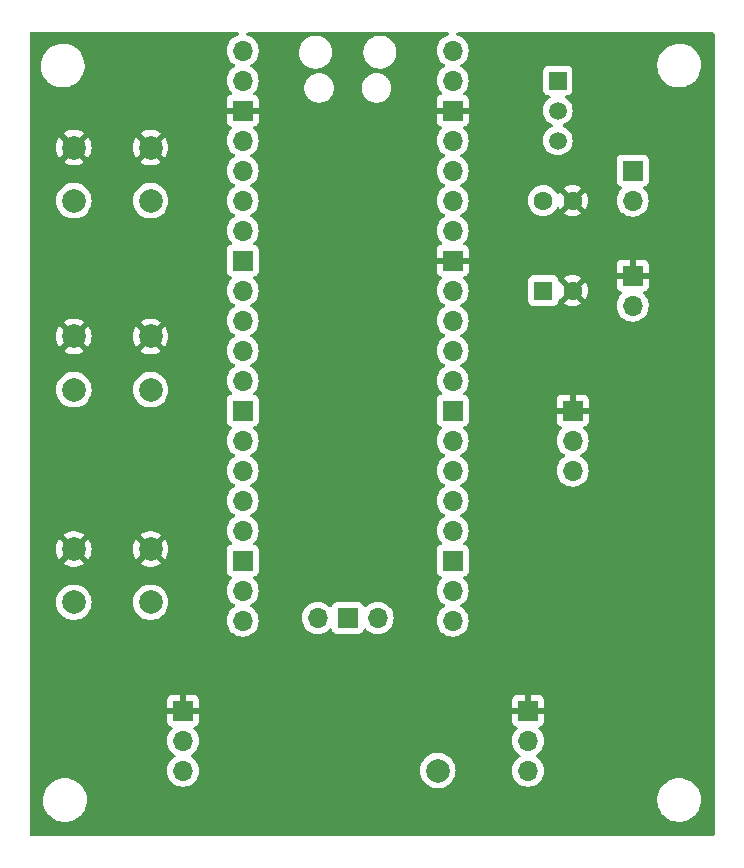
<source format=gbr>
%TF.GenerationSoftware,KiCad,Pcbnew,7.0.10*%
%TF.CreationDate,2024-01-07T12:32:19+09:00*%
%TF.ProjectId,main,6d61696e-2e6b-4696-9361-645f70636258,rev?*%
%TF.SameCoordinates,Original*%
%TF.FileFunction,Copper,L2,Bot*%
%TF.FilePolarity,Positive*%
%FSLAX46Y46*%
G04 Gerber Fmt 4.6, Leading zero omitted, Abs format (unit mm)*
G04 Created by KiCad (PCBNEW 7.0.10) date 2024-01-07 12:32:19*
%MOMM*%
%LPD*%
G01*
G04 APERTURE LIST*
%TA.AperFunction,ComponentPad*%
%ADD10R,1.600000X1.600000*%
%TD*%
%TA.AperFunction,ComponentPad*%
%ADD11C,1.600000*%
%TD*%
%TA.AperFunction,ComponentPad*%
%ADD12C,2.000000*%
%TD*%
%TA.AperFunction,ComponentPad*%
%ADD13R,1.700000X1.700000*%
%TD*%
%TA.AperFunction,ComponentPad*%
%ADD14O,1.700000X1.700000*%
%TD*%
%TA.AperFunction,ComponentPad*%
%ADD15R,1.500000X1.500000*%
%TD*%
%TA.AperFunction,ComponentPad*%
%ADD16C,1.500000*%
%TD*%
G04 APERTURE END LIST*
D10*
%TO.P,C1,1*%
%TO.N,VCC*%
X94490000Y-72860000D03*
D11*
%TO.P,C1,2*%
%TO.N,GND*%
X96990000Y-72860000D03*
%TD*%
D12*
%TO.P,SW3,1,1*%
%TO.N,GND*%
X54750000Y-94750000D03*
X61250000Y-94750000D03*
%TO.P,SW3,2,2*%
%TO.N,Net-(U1-GPIO4)*%
X54750000Y-99250000D03*
X61250000Y-99250000D03*
%TD*%
%TO.P,SW2,1,1*%
%TO.N,GND*%
X54750000Y-76750000D03*
X61250000Y-76750000D03*
%TO.P,SW2,2,2*%
%TO.N,Net-(U1-GPIO3)*%
X54750000Y-81250000D03*
X61250000Y-81250000D03*
%TD*%
%TO.P,SW1,1,1*%
%TO.N,GND*%
X54750000Y-60750000D03*
X61250000Y-60750000D03*
%TO.P,SW1,2,2*%
%TO.N,Net-(U1-GPIO2)*%
X54750000Y-65250000D03*
X61250000Y-65250000D03*
%TD*%
D11*
%TO.P,C2,1*%
%TO.N,VCC*%
X94490000Y-65240000D03*
%TO.P,C2,2*%
%TO.N,GND*%
X96990000Y-65240000D03*
%TD*%
D13*
%TO.P,J1,1,Pin_1*%
%TO.N,GND*%
X96990000Y-83020000D03*
D14*
%TO.P,J1,2,Pin_2*%
%TO.N,Net-(J1-Pin_2)*%
X96990000Y-85560000D03*
%TO.P,J1,3,Pin_3*%
%TO.N,Net-(J1-Pin_3)*%
X96990000Y-88100000D03*
%TD*%
D13*
%TO.P,J4,1,Pin_1*%
%TO.N,Net-(J4-Pin_1)*%
X102070000Y-62700000D03*
D14*
%TO.P,J4,2,Pin_2*%
%TO.N,Net-(J4-Pin_2)*%
X102070000Y-65240000D03*
%TD*%
D13*
%TO.P,J2,1,Pin_1*%
%TO.N,GND*%
X93205000Y-108435000D03*
D14*
%TO.P,J2,2,Pin_2*%
%TO.N,VCC*%
X93205000Y-110975000D03*
%TO.P,J2,3,Pin_3*%
%TO.N,Net-(J2-Pin_3)*%
X93205000Y-113515000D03*
%TD*%
D13*
%TO.P,J5,1,Pin_1*%
%TO.N,GND*%
X102070000Y-71590000D03*
D14*
%TO.P,J5,2,Pin_2*%
%TO.N,VCC*%
X102070000Y-74130000D03*
%TD*%
D13*
%TO.P,J3,1,Pin_1*%
%TO.N,GND*%
X63995000Y-108435000D03*
D14*
%TO.P,J3,2,Pin_2*%
%TO.N,VCC*%
X63995000Y-110975000D03*
%TO.P,J3,3,Pin_3*%
%TO.N,Net-(J3-Pin_3)*%
X63995000Y-113515000D03*
%TD*%
%TO.P,U1,1,GPIO0*%
%TO.N,unconnected-(U1-GPIO0-Pad1)*%
X69050000Y-52540000D03*
%TO.P,U1,2,GPIO1*%
%TO.N,unconnected-(U1-GPIO1-Pad2)*%
X69050000Y-55080000D03*
D13*
%TO.P,U1,3,GND*%
%TO.N,GND*%
X69050000Y-57620000D03*
D14*
%TO.P,U1,4,GPIO2*%
%TO.N,Net-(U1-GPIO2)*%
X69050000Y-60160000D03*
%TO.P,U1,5,GPIO3*%
%TO.N,Net-(U1-GPIO3)*%
X69050000Y-62700000D03*
%TO.P,U1,6,GPIO4*%
%TO.N,Net-(U1-GPIO4)*%
X69050000Y-65240000D03*
%TO.P,U1,7,GPIO5*%
%TO.N,unconnected-(U1-GPIO5-Pad7)*%
X69050000Y-67780000D03*
D13*
%TO.P,U1,8,GND*%
%TO.N,unconnected-(U1-GND-Pad8)*%
X69050000Y-70320000D03*
D14*
%TO.P,U1,9,GPIO6*%
%TO.N,unconnected-(U1-GPIO6-Pad9)*%
X69050000Y-72860000D03*
%TO.P,U1,10,GPIO7*%
%TO.N,unconnected-(U1-GPIO7-Pad10)*%
X69050000Y-75400000D03*
%TO.P,U1,11,GPIO8*%
%TO.N,Net-(J2-Pin_3)*%
X69050000Y-77940000D03*
%TO.P,U1,12,GPIO9*%
%TO.N,Net-(J3-Pin_3)*%
X69050000Y-80480000D03*
D13*
%TO.P,U1,13,GND*%
%TO.N,unconnected-(U1-GND-Pad13)*%
X69050000Y-83020000D03*
D14*
%TO.P,U1,14,GPIO10*%
%TO.N,unconnected-(U1-GPIO10-Pad14)*%
X69050000Y-85560000D03*
%TO.P,U1,15,GPIO11*%
%TO.N,unconnected-(U1-GPIO11-Pad15)*%
X69050000Y-88100000D03*
%TO.P,U1,16,GPIO12*%
%TO.N,unconnected-(U1-GPIO12-Pad16)*%
X69050000Y-90640000D03*
%TO.P,U1,17,GPIO13*%
%TO.N,unconnected-(U1-GPIO13-Pad17)*%
X69050000Y-93180000D03*
D13*
%TO.P,U1,18,GND*%
%TO.N,unconnected-(U1-GND-Pad18)*%
X69050000Y-95720000D03*
D14*
%TO.P,U1,19,GPIO14*%
%TO.N,unconnected-(U1-GPIO14-Pad19)*%
X69050000Y-98260000D03*
%TO.P,U1,20,GPIO15*%
%TO.N,unconnected-(U1-GPIO15-Pad20)*%
X69050000Y-100800000D03*
%TO.P,U1,21,GPIO16*%
%TO.N,unconnected-(U1-GPIO16-Pad21)*%
X86830000Y-100800000D03*
%TO.P,U1,22,GPIO17*%
%TO.N,unconnected-(U1-GPIO17-Pad22)*%
X86830000Y-98260000D03*
D13*
%TO.P,U1,23,GND*%
%TO.N,unconnected-(U1-GND-Pad23)*%
X86830000Y-95720000D03*
D14*
%TO.P,U1,24,GPIO18*%
%TO.N,unconnected-(U1-GPIO18-Pad24)*%
X86830000Y-93180000D03*
%TO.P,U1,25,GPIO19*%
%TO.N,unconnected-(U1-GPIO19-Pad25)*%
X86830000Y-90640000D03*
%TO.P,U1,26,GPIO20*%
%TO.N,unconnected-(U1-GPIO20-Pad26)*%
X86830000Y-88100000D03*
%TO.P,U1,27,GPIO21*%
%TO.N,unconnected-(U1-GPIO21-Pad27)*%
X86830000Y-85560000D03*
D13*
%TO.P,U1,28,GND*%
%TO.N,unconnected-(U1-GND-Pad28)*%
X86830000Y-83020000D03*
D14*
%TO.P,U1,29,GPIO22*%
%TO.N,unconnected-(U1-GPIO22-Pad29)*%
X86830000Y-80480000D03*
%TO.P,U1,30,RUN*%
%TO.N,unconnected-(U1-RUN-Pad30)*%
X86830000Y-77940000D03*
%TO.P,U1,31,GPIO26_ADC0*%
%TO.N,Net-(J1-Pin_3)*%
X86830000Y-75400000D03*
%TO.P,U1,32,GPIO27_ADC1*%
%TO.N,unconnected-(U1-GPIO27_ADC1-Pad32)*%
X86830000Y-72860000D03*
D13*
%TO.P,U1,33,AGND*%
%TO.N,GND*%
X86830000Y-70320000D03*
D14*
%TO.P,U1,34,GPIO28_ADC2*%
%TO.N,unconnected-(U1-GPIO28_ADC2-Pad34)*%
X86830000Y-67780000D03*
%TO.P,U1,35,ADC_VREF*%
%TO.N,unconnected-(U1-ADC_VREF-Pad35)*%
X86830000Y-65240000D03*
%TO.P,U1,36,3V3*%
%TO.N,Net-(J1-Pin_2)*%
X86830000Y-62700000D03*
%TO.P,U1,37,3V3_EN*%
%TO.N,unconnected-(U1-3V3_EN-Pad37)*%
X86830000Y-60160000D03*
D13*
%TO.P,U1,38,GND*%
%TO.N,GND*%
X86830000Y-57620000D03*
D14*
%TO.P,U1,39,VSYS*%
%TO.N,VCC*%
X86830000Y-55080000D03*
%TO.P,U1,40,VBUS*%
%TO.N,Net-(J4-Pin_1)*%
X86830000Y-52540000D03*
%TO.P,U1,41,SWCLK*%
%TO.N,unconnected-(U1-SWCLK-Pad41)*%
X75400000Y-100570000D03*
D13*
%TO.P,U1,42,GND*%
%TO.N,unconnected-(U1-GND-Pad42)*%
X77940000Y-100570000D03*
D14*
%TO.P,U1,43,SWDIO*%
%TO.N,unconnected-(U1-SWDIO-Pad43)*%
X80480000Y-100570000D03*
%TD*%
D15*
%TO.P,Q1,1,G*%
%TO.N,Net-(J4-Pin_1)*%
X95720000Y-55080000D03*
D16*
%TO.P,Q1,2,D*%
%TO.N,Net-(J4-Pin_2)*%
X95720000Y-57620000D03*
%TO.P,Q1,3,S*%
%TO.N,VCC*%
X95720000Y-60160000D03*
%TD*%
D12*
%TO.P,TP1,1,1*%
%TO.N,Net-(J2-Pin_3)*%
X85560000Y-113500000D03*
%TD*%
%TA.AperFunction,Conductor*%
%TO.N,GND*%
G36*
X68704590Y-51019685D02*
G01*
X68750345Y-51072489D01*
X68760289Y-51141647D01*
X68731264Y-51205203D01*
X68672486Y-51242977D01*
X68669644Y-51243775D01*
X68586344Y-51266094D01*
X68586335Y-51266098D01*
X68372171Y-51365964D01*
X68372169Y-51365965D01*
X68178597Y-51501505D01*
X68011505Y-51668597D01*
X67875965Y-51862169D01*
X67875964Y-51862171D01*
X67776098Y-52076335D01*
X67776094Y-52076344D01*
X67714938Y-52304586D01*
X67714936Y-52304596D01*
X67694341Y-52539999D01*
X67694341Y-52540000D01*
X67714936Y-52775403D01*
X67714938Y-52775413D01*
X67776094Y-53003655D01*
X67776096Y-53003659D01*
X67776097Y-53003663D01*
X67864887Y-53194074D01*
X67875965Y-53217830D01*
X67875967Y-53217834D01*
X67943466Y-53314232D01*
X68008388Y-53406950D01*
X68011501Y-53411395D01*
X68011506Y-53411402D01*
X68178597Y-53578493D01*
X68178603Y-53578498D01*
X68364158Y-53708425D01*
X68407783Y-53763002D01*
X68414977Y-53832500D01*
X68383454Y-53894855D01*
X68364158Y-53911575D01*
X68178597Y-54041505D01*
X68011505Y-54208597D01*
X67875965Y-54402169D01*
X67875964Y-54402171D01*
X67776098Y-54616335D01*
X67776094Y-54616344D01*
X67714938Y-54844586D01*
X67714936Y-54844596D01*
X67694341Y-55079999D01*
X67694341Y-55080000D01*
X67714936Y-55315403D01*
X67714938Y-55315413D01*
X67776094Y-55543655D01*
X67776096Y-55543659D01*
X67776097Y-55543663D01*
X67865204Y-55734752D01*
X67875965Y-55757830D01*
X67875967Y-55757834D01*
X67953483Y-55868537D01*
X68011501Y-55951396D01*
X68011506Y-55951402D01*
X68133818Y-56073714D01*
X68167303Y-56135037D01*
X68162319Y-56204729D01*
X68120447Y-56260662D01*
X68089471Y-56277577D01*
X67957912Y-56326646D01*
X67957906Y-56326649D01*
X67842812Y-56412809D01*
X67842809Y-56412812D01*
X67756649Y-56527906D01*
X67756645Y-56527913D01*
X67706403Y-56662620D01*
X67706401Y-56662627D01*
X67700000Y-56722155D01*
X67700000Y-57370000D01*
X68604428Y-57370000D01*
X68581318Y-57405960D01*
X68540000Y-57546673D01*
X68540000Y-57693327D01*
X68581318Y-57834040D01*
X68604428Y-57870000D01*
X67700000Y-57870000D01*
X67700000Y-58517844D01*
X67706401Y-58577372D01*
X67706403Y-58577379D01*
X67756645Y-58712086D01*
X67756649Y-58712093D01*
X67842809Y-58827187D01*
X67842812Y-58827190D01*
X67957906Y-58913350D01*
X67957913Y-58913354D01*
X68089470Y-58962421D01*
X68145403Y-59004292D01*
X68169821Y-59069756D01*
X68154970Y-59138029D01*
X68133819Y-59166284D01*
X68011503Y-59288600D01*
X67875965Y-59482169D01*
X67875964Y-59482171D01*
X67776098Y-59696335D01*
X67776094Y-59696344D01*
X67714938Y-59924586D01*
X67714936Y-59924596D01*
X67694341Y-60159999D01*
X67694341Y-60160000D01*
X67714936Y-60395403D01*
X67714938Y-60395413D01*
X67776094Y-60623655D01*
X67776096Y-60623659D01*
X67776097Y-60623663D01*
X67852676Y-60787886D01*
X67875965Y-60837830D01*
X67875967Y-60837834D01*
X68011501Y-61031395D01*
X68011506Y-61031402D01*
X68178597Y-61198493D01*
X68178603Y-61198498D01*
X68364158Y-61328425D01*
X68407783Y-61383002D01*
X68414977Y-61452500D01*
X68383454Y-61514855D01*
X68364158Y-61531575D01*
X68178597Y-61661505D01*
X68011505Y-61828597D01*
X67875965Y-62022169D01*
X67875964Y-62022171D01*
X67776098Y-62236335D01*
X67776094Y-62236344D01*
X67714938Y-62464586D01*
X67714936Y-62464596D01*
X67694341Y-62699999D01*
X67694341Y-62700000D01*
X67714936Y-62935403D01*
X67714938Y-62935413D01*
X67776094Y-63163655D01*
X67776096Y-63163659D01*
X67776097Y-63163663D01*
X67875965Y-63377830D01*
X67875967Y-63377834D01*
X68011501Y-63571395D01*
X68011506Y-63571402D01*
X68178597Y-63738493D01*
X68178603Y-63738498D01*
X68364158Y-63868425D01*
X68407783Y-63923002D01*
X68414977Y-63992500D01*
X68383454Y-64054855D01*
X68364158Y-64071575D01*
X68178597Y-64201505D01*
X68011505Y-64368597D01*
X67875965Y-64562169D01*
X67875964Y-64562171D01*
X67776098Y-64776335D01*
X67776094Y-64776344D01*
X67714938Y-65004586D01*
X67714936Y-65004596D01*
X67694341Y-65239999D01*
X67694341Y-65240000D01*
X67714936Y-65475403D01*
X67714938Y-65475413D01*
X67776094Y-65703655D01*
X67776096Y-65703659D01*
X67776097Y-65703663D01*
X67832980Y-65825648D01*
X67875965Y-65917830D01*
X67875967Y-65917834D01*
X68011501Y-66111395D01*
X68011506Y-66111402D01*
X68178597Y-66278493D01*
X68178603Y-66278498D01*
X68364158Y-66408425D01*
X68407783Y-66463002D01*
X68414977Y-66532500D01*
X68383454Y-66594855D01*
X68364158Y-66611575D01*
X68178597Y-66741505D01*
X68011505Y-66908597D01*
X67875965Y-67102169D01*
X67875964Y-67102171D01*
X67776098Y-67316335D01*
X67776094Y-67316344D01*
X67714938Y-67544586D01*
X67714936Y-67544596D01*
X67694341Y-67779999D01*
X67694341Y-67780000D01*
X67714936Y-68015403D01*
X67714938Y-68015413D01*
X67776094Y-68243655D01*
X67776096Y-68243659D01*
X67776097Y-68243663D01*
X67875965Y-68457830D01*
X67875967Y-68457834D01*
X67984281Y-68612521D01*
X68011501Y-68651396D01*
X68011506Y-68651402D01*
X68133430Y-68773326D01*
X68166915Y-68834649D01*
X68161931Y-68904341D01*
X68120059Y-68960274D01*
X68089083Y-68977189D01*
X67957669Y-69026203D01*
X67957664Y-69026206D01*
X67842455Y-69112452D01*
X67842452Y-69112455D01*
X67756206Y-69227664D01*
X67756202Y-69227671D01*
X67705908Y-69362517D01*
X67699501Y-69422116D01*
X67699501Y-69422123D01*
X67699500Y-69422135D01*
X67699500Y-71217870D01*
X67699501Y-71217876D01*
X67705908Y-71277483D01*
X67756202Y-71412328D01*
X67756206Y-71412335D01*
X67842452Y-71527544D01*
X67842455Y-71527547D01*
X67957664Y-71613793D01*
X67957671Y-71613797D01*
X68089081Y-71662810D01*
X68145015Y-71704681D01*
X68169432Y-71770145D01*
X68154580Y-71838418D01*
X68133430Y-71866673D01*
X68011503Y-71988600D01*
X67875965Y-72182169D01*
X67875964Y-72182171D01*
X67776098Y-72396335D01*
X67776094Y-72396344D01*
X67714938Y-72624586D01*
X67714936Y-72624596D01*
X67694341Y-72859999D01*
X67694341Y-72860000D01*
X67714936Y-73095403D01*
X67714938Y-73095413D01*
X67776094Y-73323655D01*
X67776096Y-73323659D01*
X67776097Y-73323663D01*
X67864143Y-73512478D01*
X67875965Y-73537830D01*
X67875967Y-73537834D01*
X68011501Y-73731395D01*
X68011506Y-73731402D01*
X68178597Y-73898493D01*
X68178603Y-73898498D01*
X68364158Y-74028425D01*
X68407783Y-74083002D01*
X68414977Y-74152500D01*
X68383454Y-74214855D01*
X68364158Y-74231575D01*
X68178597Y-74361505D01*
X68011505Y-74528597D01*
X67875965Y-74722169D01*
X67875964Y-74722171D01*
X67776098Y-74936335D01*
X67776094Y-74936344D01*
X67714938Y-75164586D01*
X67714936Y-75164596D01*
X67694341Y-75399999D01*
X67694341Y-75400000D01*
X67714936Y-75635403D01*
X67714938Y-75635413D01*
X67776094Y-75863655D01*
X67776096Y-75863659D01*
X67776097Y-75863663D01*
X67855354Y-76033630D01*
X67875965Y-76077830D01*
X67875967Y-76077834D01*
X68011501Y-76271395D01*
X68011506Y-76271402D01*
X68178597Y-76438493D01*
X68178603Y-76438498D01*
X68364158Y-76568425D01*
X68407783Y-76623002D01*
X68414977Y-76692500D01*
X68383454Y-76754855D01*
X68364158Y-76771575D01*
X68178597Y-76901505D01*
X68011505Y-77068597D01*
X67875965Y-77262169D01*
X67875964Y-77262171D01*
X67776098Y-77476335D01*
X67776094Y-77476344D01*
X67714938Y-77704586D01*
X67714936Y-77704596D01*
X67694341Y-77939999D01*
X67694341Y-77940000D01*
X67714936Y-78175403D01*
X67714938Y-78175413D01*
X67776094Y-78403655D01*
X67776096Y-78403659D01*
X67776097Y-78403663D01*
X67875965Y-78617830D01*
X67875967Y-78617834D01*
X68011501Y-78811395D01*
X68011506Y-78811402D01*
X68178597Y-78978493D01*
X68178603Y-78978498D01*
X68364158Y-79108425D01*
X68407783Y-79163002D01*
X68414977Y-79232500D01*
X68383454Y-79294855D01*
X68364158Y-79311575D01*
X68178597Y-79441505D01*
X68011505Y-79608597D01*
X67875965Y-79802169D01*
X67875964Y-79802171D01*
X67776098Y-80016335D01*
X67776094Y-80016344D01*
X67714938Y-80244586D01*
X67714936Y-80244596D01*
X67694341Y-80479999D01*
X67694341Y-80480000D01*
X67714936Y-80715403D01*
X67714938Y-80715413D01*
X67776094Y-80943655D01*
X67776096Y-80943659D01*
X67776097Y-80943663D01*
X67875965Y-81157830D01*
X67875967Y-81157834D01*
X67984281Y-81312521D01*
X68011501Y-81351396D01*
X68011506Y-81351402D01*
X68133430Y-81473326D01*
X68166915Y-81534649D01*
X68161931Y-81604341D01*
X68120059Y-81660274D01*
X68089083Y-81677189D01*
X67957669Y-81726203D01*
X67957664Y-81726206D01*
X67842455Y-81812452D01*
X67842452Y-81812455D01*
X67756206Y-81927664D01*
X67756202Y-81927671D01*
X67705908Y-82062517D01*
X67699501Y-82122116D01*
X67699501Y-82122123D01*
X67699500Y-82122135D01*
X67699500Y-83917870D01*
X67699501Y-83917876D01*
X67705908Y-83977483D01*
X67756202Y-84112328D01*
X67756206Y-84112335D01*
X67842452Y-84227544D01*
X67842455Y-84227547D01*
X67957664Y-84313793D01*
X67957671Y-84313797D01*
X68089081Y-84362810D01*
X68145015Y-84404681D01*
X68169432Y-84470145D01*
X68154580Y-84538418D01*
X68133430Y-84566673D01*
X68011503Y-84688600D01*
X67875965Y-84882169D01*
X67875964Y-84882171D01*
X67776098Y-85096335D01*
X67776094Y-85096344D01*
X67714938Y-85324586D01*
X67714936Y-85324596D01*
X67694341Y-85559999D01*
X67694341Y-85560000D01*
X67714936Y-85795403D01*
X67714938Y-85795413D01*
X67776094Y-86023655D01*
X67776096Y-86023659D01*
X67776097Y-86023663D01*
X67875965Y-86237830D01*
X67875967Y-86237834D01*
X68011501Y-86431395D01*
X68011506Y-86431402D01*
X68178597Y-86598493D01*
X68178603Y-86598498D01*
X68364158Y-86728425D01*
X68407783Y-86783002D01*
X68414977Y-86852500D01*
X68383454Y-86914855D01*
X68364158Y-86931575D01*
X68178597Y-87061505D01*
X68011505Y-87228597D01*
X67875965Y-87422169D01*
X67875964Y-87422171D01*
X67776098Y-87636335D01*
X67776094Y-87636344D01*
X67714938Y-87864586D01*
X67714936Y-87864596D01*
X67694341Y-88099999D01*
X67694341Y-88100000D01*
X67714936Y-88335403D01*
X67714938Y-88335413D01*
X67776094Y-88563655D01*
X67776096Y-88563659D01*
X67776097Y-88563663D01*
X67875965Y-88777830D01*
X67875967Y-88777834D01*
X68011501Y-88971395D01*
X68011506Y-88971402D01*
X68178597Y-89138493D01*
X68178603Y-89138498D01*
X68364158Y-89268425D01*
X68407783Y-89323002D01*
X68414977Y-89392500D01*
X68383454Y-89454855D01*
X68364158Y-89471575D01*
X68178597Y-89601505D01*
X68011505Y-89768597D01*
X67875965Y-89962169D01*
X67875964Y-89962171D01*
X67776098Y-90176335D01*
X67776094Y-90176344D01*
X67714938Y-90404586D01*
X67714936Y-90404596D01*
X67694341Y-90639999D01*
X67694341Y-90640000D01*
X67714936Y-90875403D01*
X67714938Y-90875413D01*
X67776094Y-91103655D01*
X67776096Y-91103659D01*
X67776097Y-91103663D01*
X67875965Y-91317830D01*
X67875967Y-91317834D01*
X68011501Y-91511395D01*
X68011506Y-91511402D01*
X68178597Y-91678493D01*
X68178603Y-91678498D01*
X68364158Y-91808425D01*
X68407783Y-91863002D01*
X68414977Y-91932500D01*
X68383454Y-91994855D01*
X68364158Y-92011575D01*
X68178597Y-92141505D01*
X68011505Y-92308597D01*
X67875965Y-92502169D01*
X67875964Y-92502171D01*
X67776098Y-92716335D01*
X67776094Y-92716344D01*
X67714938Y-92944586D01*
X67714936Y-92944596D01*
X67694341Y-93179999D01*
X67694341Y-93180000D01*
X67714936Y-93415403D01*
X67714938Y-93415413D01*
X67776094Y-93643655D01*
X67776096Y-93643659D01*
X67776097Y-93643663D01*
X67875965Y-93857830D01*
X67875967Y-93857834D01*
X67984281Y-94012521D01*
X68011501Y-94051396D01*
X68011506Y-94051402D01*
X68133430Y-94173326D01*
X68166915Y-94234649D01*
X68161931Y-94304341D01*
X68120059Y-94360274D01*
X68089083Y-94377189D01*
X67957669Y-94426203D01*
X67957664Y-94426206D01*
X67842455Y-94512452D01*
X67842452Y-94512455D01*
X67756206Y-94627664D01*
X67756202Y-94627671D01*
X67705908Y-94762517D01*
X67703181Y-94787886D01*
X67699501Y-94822123D01*
X67699500Y-94822135D01*
X67699500Y-96617870D01*
X67699501Y-96617876D01*
X67705908Y-96677483D01*
X67756202Y-96812328D01*
X67756206Y-96812335D01*
X67842452Y-96927544D01*
X67842455Y-96927547D01*
X67957664Y-97013793D01*
X67957671Y-97013797D01*
X68089081Y-97062810D01*
X68145015Y-97104681D01*
X68169432Y-97170145D01*
X68154580Y-97238418D01*
X68133430Y-97266673D01*
X68011503Y-97388600D01*
X67875965Y-97582169D01*
X67875964Y-97582171D01*
X67776098Y-97796335D01*
X67776094Y-97796344D01*
X67714938Y-98024586D01*
X67714936Y-98024596D01*
X67694341Y-98259999D01*
X67694341Y-98260000D01*
X67714936Y-98495403D01*
X67714938Y-98495413D01*
X67776094Y-98723655D01*
X67776096Y-98723659D01*
X67776097Y-98723663D01*
X67875965Y-98937830D01*
X67875967Y-98937834D01*
X68011501Y-99131395D01*
X68011506Y-99131402D01*
X68178597Y-99298493D01*
X68178603Y-99298498D01*
X68364158Y-99428425D01*
X68407783Y-99483002D01*
X68414977Y-99552500D01*
X68383454Y-99614855D01*
X68364158Y-99631575D01*
X68178597Y-99761505D01*
X68011505Y-99928597D01*
X67875965Y-100122169D01*
X67875964Y-100122171D01*
X67776098Y-100336335D01*
X67776094Y-100336344D01*
X67714938Y-100564586D01*
X67714936Y-100564596D01*
X67694341Y-100799999D01*
X67694341Y-100800000D01*
X67714936Y-101035403D01*
X67714938Y-101035413D01*
X67776094Y-101263655D01*
X67776096Y-101263659D01*
X67776097Y-101263663D01*
X67871322Y-101467873D01*
X67875965Y-101477830D01*
X67875967Y-101477834D01*
X67967456Y-101608493D01*
X68011505Y-101671401D01*
X68178599Y-101838495D01*
X68214733Y-101863796D01*
X68372165Y-101974032D01*
X68372167Y-101974033D01*
X68372170Y-101974035D01*
X68586337Y-102073903D01*
X68814592Y-102135063D01*
X69002918Y-102151539D01*
X69049999Y-102155659D01*
X69050000Y-102155659D01*
X69050001Y-102155659D01*
X69089234Y-102152226D01*
X69285408Y-102135063D01*
X69513663Y-102073903D01*
X69727830Y-101974035D01*
X69921401Y-101838495D01*
X70088495Y-101671401D01*
X70224035Y-101477830D01*
X70323903Y-101263663D01*
X70385063Y-101035408D01*
X70405659Y-100800000D01*
X70385536Y-100570000D01*
X74044341Y-100570000D01*
X74064936Y-100805403D01*
X74064938Y-100805413D01*
X74126094Y-101033655D01*
X74126096Y-101033659D01*
X74126097Y-101033663D01*
X74210499Y-101214663D01*
X74225965Y-101247830D01*
X74225967Y-101247834D01*
X74334281Y-101402521D01*
X74361505Y-101441401D01*
X74528599Y-101608495D01*
X74618429Y-101671395D01*
X74722165Y-101744032D01*
X74722167Y-101744033D01*
X74722170Y-101744035D01*
X74936337Y-101843903D01*
X75164592Y-101905063D01*
X75341034Y-101920500D01*
X75399999Y-101925659D01*
X75400000Y-101925659D01*
X75400001Y-101925659D01*
X75458966Y-101920500D01*
X75635408Y-101905063D01*
X75863663Y-101843903D01*
X76077830Y-101744035D01*
X76271401Y-101608495D01*
X76393329Y-101486566D01*
X76454648Y-101453084D01*
X76524340Y-101458068D01*
X76580274Y-101499939D01*
X76597189Y-101530917D01*
X76646202Y-101662328D01*
X76646206Y-101662335D01*
X76732452Y-101777544D01*
X76732455Y-101777547D01*
X76847664Y-101863793D01*
X76847671Y-101863797D01*
X76982517Y-101914091D01*
X76982516Y-101914091D01*
X76989444Y-101914835D01*
X77042127Y-101920500D01*
X78837872Y-101920499D01*
X78897483Y-101914091D01*
X79032331Y-101863796D01*
X79147546Y-101777546D01*
X79233796Y-101662331D01*
X79282810Y-101530916D01*
X79324681Y-101474984D01*
X79390145Y-101450566D01*
X79458418Y-101465417D01*
X79486673Y-101486569D01*
X79608599Y-101608495D01*
X79698429Y-101671395D01*
X79802165Y-101744032D01*
X79802167Y-101744033D01*
X79802170Y-101744035D01*
X80016337Y-101843903D01*
X80244592Y-101905063D01*
X80421034Y-101920500D01*
X80479999Y-101925659D01*
X80480000Y-101925659D01*
X80480001Y-101925659D01*
X80538966Y-101920500D01*
X80715408Y-101905063D01*
X80943663Y-101843903D01*
X81157830Y-101744035D01*
X81351401Y-101608495D01*
X81518495Y-101441401D01*
X81654035Y-101247830D01*
X81753903Y-101033663D01*
X81815063Y-100805408D01*
X81835659Y-100570000D01*
X81815063Y-100334592D01*
X81753903Y-100106337D01*
X81654035Y-99892171D01*
X81562540Y-99761501D01*
X81518494Y-99698597D01*
X81351402Y-99531506D01*
X81351395Y-99531501D01*
X81349251Y-99530000D01*
X81303295Y-99497821D01*
X81157834Y-99395967D01*
X81157830Y-99395965D01*
X81157828Y-99395964D01*
X80943663Y-99296097D01*
X80943659Y-99296096D01*
X80943655Y-99296094D01*
X80715413Y-99234938D01*
X80715403Y-99234936D01*
X80480001Y-99214341D01*
X80479999Y-99214341D01*
X80244596Y-99234936D01*
X80244586Y-99234938D01*
X80016344Y-99296094D01*
X80016335Y-99296098D01*
X79802171Y-99395964D01*
X79802169Y-99395965D01*
X79608600Y-99531503D01*
X79486673Y-99653430D01*
X79425350Y-99686914D01*
X79355658Y-99681930D01*
X79299725Y-99640058D01*
X79282810Y-99609081D01*
X79233797Y-99477671D01*
X79233793Y-99477664D01*
X79147547Y-99362455D01*
X79147544Y-99362452D01*
X79032335Y-99276206D01*
X79032328Y-99276202D01*
X78897482Y-99225908D01*
X78897483Y-99225908D01*
X78837883Y-99219501D01*
X78837881Y-99219500D01*
X78837873Y-99219500D01*
X78837864Y-99219500D01*
X77042129Y-99219500D01*
X77042123Y-99219501D01*
X76982516Y-99225908D01*
X76847671Y-99276202D01*
X76847664Y-99276206D01*
X76732455Y-99362452D01*
X76732452Y-99362455D01*
X76646206Y-99477664D01*
X76646203Y-99477669D01*
X76597189Y-99609083D01*
X76555317Y-99665016D01*
X76489853Y-99689433D01*
X76421580Y-99674581D01*
X76393326Y-99653430D01*
X76271402Y-99531506D01*
X76271395Y-99531501D01*
X76269251Y-99530000D01*
X76223295Y-99497821D01*
X76077834Y-99395967D01*
X76077830Y-99395965D01*
X76077828Y-99395964D01*
X75863663Y-99296097D01*
X75863659Y-99296096D01*
X75863655Y-99296094D01*
X75635413Y-99234938D01*
X75635403Y-99234936D01*
X75400001Y-99214341D01*
X75399999Y-99214341D01*
X75164596Y-99234936D01*
X75164586Y-99234938D01*
X74936344Y-99296094D01*
X74936335Y-99296098D01*
X74722171Y-99395964D01*
X74722169Y-99395965D01*
X74528597Y-99531505D01*
X74361505Y-99698597D01*
X74225965Y-99892169D01*
X74225964Y-99892171D01*
X74126098Y-100106335D01*
X74126094Y-100106344D01*
X74064938Y-100334586D01*
X74064936Y-100334596D01*
X74044341Y-100569999D01*
X74044341Y-100570000D01*
X70385536Y-100570000D01*
X70385063Y-100564592D01*
X70323903Y-100336337D01*
X70224035Y-100122171D01*
X70115109Y-99966607D01*
X70088494Y-99928597D01*
X69921402Y-99761506D01*
X69921396Y-99761501D01*
X69735842Y-99631575D01*
X69692217Y-99576998D01*
X69685023Y-99507500D01*
X69716546Y-99445145D01*
X69735842Y-99428425D01*
X69782197Y-99395967D01*
X69921401Y-99298495D01*
X70088495Y-99131401D01*
X70224035Y-98937830D01*
X70323903Y-98723663D01*
X70385063Y-98495408D01*
X70405659Y-98260000D01*
X70385063Y-98024592D01*
X70323903Y-97796337D01*
X70224035Y-97582171D01*
X70088495Y-97388599D01*
X69966567Y-97266671D01*
X69933084Y-97205351D01*
X69938068Y-97135659D01*
X69979939Y-97079725D01*
X70010915Y-97062810D01*
X70142331Y-97013796D01*
X70257546Y-96927546D01*
X70343796Y-96812331D01*
X70394091Y-96677483D01*
X70400500Y-96617873D01*
X70400499Y-94822128D01*
X70394091Y-94762517D01*
X70389424Y-94750005D01*
X70343797Y-94627671D01*
X70343793Y-94627664D01*
X70257547Y-94512455D01*
X70257544Y-94512452D01*
X70142335Y-94426206D01*
X70142328Y-94426202D01*
X70010917Y-94377189D01*
X69954983Y-94335318D01*
X69930566Y-94269853D01*
X69945418Y-94201580D01*
X69966563Y-94173332D01*
X70088495Y-94051401D01*
X70224035Y-93857830D01*
X70323903Y-93643663D01*
X70385063Y-93415408D01*
X70405659Y-93180000D01*
X70385063Y-92944592D01*
X70323903Y-92716337D01*
X70224035Y-92502171D01*
X70088495Y-92308599D01*
X70088494Y-92308597D01*
X69921402Y-92141506D01*
X69921396Y-92141501D01*
X69735842Y-92011575D01*
X69692217Y-91956998D01*
X69685023Y-91887500D01*
X69716546Y-91825145D01*
X69735842Y-91808425D01*
X69758026Y-91792891D01*
X69921401Y-91678495D01*
X70088495Y-91511401D01*
X70224035Y-91317830D01*
X70323903Y-91103663D01*
X70385063Y-90875408D01*
X70405659Y-90640000D01*
X70385063Y-90404592D01*
X70323903Y-90176337D01*
X70224035Y-89962171D01*
X70088495Y-89768599D01*
X70088494Y-89768597D01*
X69921402Y-89601506D01*
X69921396Y-89601501D01*
X69735842Y-89471575D01*
X69692217Y-89416998D01*
X69685023Y-89347500D01*
X69716546Y-89285145D01*
X69735842Y-89268425D01*
X69758026Y-89252891D01*
X69921401Y-89138495D01*
X70088495Y-88971401D01*
X70224035Y-88777830D01*
X70323903Y-88563663D01*
X70385063Y-88335408D01*
X70405659Y-88100000D01*
X70385063Y-87864592D01*
X70323903Y-87636337D01*
X70224035Y-87422171D01*
X70088495Y-87228599D01*
X70088494Y-87228597D01*
X69921402Y-87061506D01*
X69921396Y-87061501D01*
X69735842Y-86931575D01*
X69692217Y-86876998D01*
X69685023Y-86807500D01*
X69716546Y-86745145D01*
X69735842Y-86728425D01*
X69758026Y-86712891D01*
X69921401Y-86598495D01*
X70088495Y-86431401D01*
X70224035Y-86237830D01*
X70323903Y-86023663D01*
X70385063Y-85795408D01*
X70405659Y-85560000D01*
X70385063Y-85324592D01*
X70323903Y-85096337D01*
X70224035Y-84882171D01*
X70088495Y-84688599D01*
X69966567Y-84566671D01*
X69933084Y-84505351D01*
X69938068Y-84435659D01*
X69979939Y-84379725D01*
X70010915Y-84362810D01*
X70142331Y-84313796D01*
X70257546Y-84227546D01*
X70343796Y-84112331D01*
X70394091Y-83977483D01*
X70400500Y-83917873D01*
X70400499Y-82122128D01*
X70394091Y-82062517D01*
X70343884Y-81927906D01*
X70343797Y-81927671D01*
X70343793Y-81927664D01*
X70257547Y-81812455D01*
X70257544Y-81812452D01*
X70142335Y-81726206D01*
X70142328Y-81726202D01*
X70010917Y-81677189D01*
X69954983Y-81635318D01*
X69930566Y-81569853D01*
X69945418Y-81501580D01*
X69966563Y-81473332D01*
X70088495Y-81351401D01*
X70224035Y-81157830D01*
X70323903Y-80943663D01*
X70385063Y-80715408D01*
X70405659Y-80480000D01*
X70385063Y-80244592D01*
X70323903Y-80016337D01*
X70224035Y-79802171D01*
X70215814Y-79790429D01*
X70088494Y-79608597D01*
X69921402Y-79441506D01*
X69921396Y-79441501D01*
X69735842Y-79311575D01*
X69692217Y-79256998D01*
X69685023Y-79187500D01*
X69716546Y-79125145D01*
X69735842Y-79108425D01*
X69758026Y-79092891D01*
X69921401Y-78978495D01*
X70088495Y-78811401D01*
X70224035Y-78617830D01*
X70323903Y-78403663D01*
X70385063Y-78175408D01*
X70405659Y-77940000D01*
X70385063Y-77704592D01*
X70323903Y-77476337D01*
X70224035Y-77262171D01*
X70207613Y-77238717D01*
X70088494Y-77068597D01*
X69921402Y-76901506D01*
X69921396Y-76901501D01*
X69735842Y-76771575D01*
X69692217Y-76716998D01*
X69685023Y-76647500D01*
X69716546Y-76585145D01*
X69735842Y-76568425D01*
X69830321Y-76502270D01*
X69921401Y-76438495D01*
X70088495Y-76271401D01*
X70224035Y-76077830D01*
X70323903Y-75863663D01*
X70385063Y-75635408D01*
X70405659Y-75400000D01*
X70385063Y-75164592D01*
X70323903Y-74936337D01*
X70224035Y-74722171D01*
X70134054Y-74593663D01*
X70088494Y-74528597D01*
X69921402Y-74361506D01*
X69921396Y-74361501D01*
X69735842Y-74231575D01*
X69692217Y-74176998D01*
X69685023Y-74107500D01*
X69716546Y-74045145D01*
X69735842Y-74028425D01*
X69863518Y-73939025D01*
X69921401Y-73898495D01*
X70088495Y-73731401D01*
X70224035Y-73537830D01*
X70323903Y-73323663D01*
X70385063Y-73095408D01*
X70405659Y-72860000D01*
X70385063Y-72624592D01*
X70323903Y-72396337D01*
X70224035Y-72182171D01*
X70187050Y-72129351D01*
X70088496Y-71988600D01*
X70052412Y-71952516D01*
X69966567Y-71866671D01*
X69933084Y-71805351D01*
X69938068Y-71735659D01*
X69979939Y-71679725D01*
X70010915Y-71662810D01*
X70142331Y-71613796D01*
X70257546Y-71527546D01*
X70343796Y-71412331D01*
X70394091Y-71277483D01*
X70400500Y-71217873D01*
X70400499Y-69422128D01*
X70394091Y-69362517D01*
X70343884Y-69227906D01*
X70343797Y-69227671D01*
X70343793Y-69227664D01*
X70257547Y-69112455D01*
X70257544Y-69112452D01*
X70142335Y-69026206D01*
X70142328Y-69026202D01*
X70010917Y-68977189D01*
X69954983Y-68935318D01*
X69930566Y-68869853D01*
X69945418Y-68801580D01*
X69966563Y-68773332D01*
X70088495Y-68651401D01*
X70224035Y-68457830D01*
X70323903Y-68243663D01*
X70385063Y-68015408D01*
X70405659Y-67780000D01*
X70385063Y-67544592D01*
X70323903Y-67316337D01*
X70224035Y-67102171D01*
X70088495Y-66908599D01*
X70088494Y-66908597D01*
X69921402Y-66741506D01*
X69921396Y-66741501D01*
X69735842Y-66611575D01*
X69692217Y-66556998D01*
X69685023Y-66487500D01*
X69716546Y-66425145D01*
X69735842Y-66408425D01*
X69863518Y-66319025D01*
X69921401Y-66278495D01*
X70088495Y-66111401D01*
X70224035Y-65917830D01*
X70323903Y-65703663D01*
X70385063Y-65475408D01*
X70405659Y-65240000D01*
X70385063Y-65004592D01*
X70323903Y-64776337D01*
X70224035Y-64562171D01*
X70088495Y-64368599D01*
X70088494Y-64368597D01*
X69921402Y-64201506D01*
X69921396Y-64201501D01*
X69735842Y-64071575D01*
X69692217Y-64016998D01*
X69685023Y-63947500D01*
X69716546Y-63885145D01*
X69735842Y-63868425D01*
X69758026Y-63852891D01*
X69921401Y-63738495D01*
X70088495Y-63571401D01*
X70224035Y-63377830D01*
X70323903Y-63163663D01*
X70385063Y-62935408D01*
X70405659Y-62700000D01*
X70385063Y-62464592D01*
X70323903Y-62236337D01*
X70224035Y-62022171D01*
X70215552Y-62010055D01*
X70088494Y-61828597D01*
X69921402Y-61661506D01*
X69921396Y-61661501D01*
X69735842Y-61531575D01*
X69692217Y-61476998D01*
X69685023Y-61407500D01*
X69716546Y-61345145D01*
X69735842Y-61328425D01*
X69798453Y-61284584D01*
X69921401Y-61198495D01*
X70088495Y-61031401D01*
X70224035Y-60837830D01*
X70323903Y-60623663D01*
X70385063Y-60395408D01*
X70405659Y-60160000D01*
X70385063Y-59924592D01*
X70323903Y-59696337D01*
X70224035Y-59482171D01*
X70146637Y-59371635D01*
X70088496Y-59288600D01*
X70049896Y-59250000D01*
X69966179Y-59166283D01*
X69932696Y-59104963D01*
X69937680Y-59035271D01*
X69979551Y-58979337D01*
X70010529Y-58962422D01*
X70142086Y-58913354D01*
X70142093Y-58913350D01*
X70257187Y-58827190D01*
X70257190Y-58827187D01*
X70343350Y-58712093D01*
X70343354Y-58712086D01*
X70393596Y-58577379D01*
X70393598Y-58577372D01*
X70399999Y-58517844D01*
X70400000Y-58517827D01*
X70400000Y-57870000D01*
X69495572Y-57870000D01*
X69518682Y-57834040D01*
X69560000Y-57693327D01*
X69560000Y-57546673D01*
X69518682Y-57405960D01*
X69495572Y-57370000D01*
X70400000Y-57370000D01*
X70400000Y-56722172D01*
X70399999Y-56722155D01*
X70393598Y-56662627D01*
X70393596Y-56662620D01*
X70343354Y-56527913D01*
X70343350Y-56527906D01*
X70257190Y-56412812D01*
X70257187Y-56412809D01*
X70142093Y-56326649D01*
X70142088Y-56326646D01*
X70010528Y-56277577D01*
X69954595Y-56235705D01*
X69930178Y-56170241D01*
X69945030Y-56101968D01*
X69966175Y-56073720D01*
X70088495Y-55951401D01*
X70224035Y-55757830D01*
X70251000Y-55700003D01*
X74259723Y-55700003D01*
X74261331Y-55718389D01*
X74261678Y-55734752D01*
X74260709Y-55756324D01*
X74260710Y-55756328D01*
X74271444Y-55835576D01*
X74272094Y-55841412D01*
X74278792Y-55917972D01*
X74278795Y-55917989D01*
X74284461Y-55939134D01*
X74287563Y-55954576D01*
X74290923Y-55979380D01*
X74290926Y-55979392D01*
X74314573Y-56052169D01*
X74316417Y-56058393D01*
X74335423Y-56129324D01*
X74335428Y-56129337D01*
X74346135Y-56152300D01*
X74351682Y-56166380D01*
X74360483Y-56193464D01*
X74395128Y-56257845D01*
X74398312Y-56264193D01*
X74402791Y-56273797D01*
X74427897Y-56327638D01*
X74429901Y-56330500D01*
X74444410Y-56351221D01*
X74452025Y-56363578D01*
X74467146Y-56391678D01*
X74467152Y-56391687D01*
X74510587Y-56446153D01*
X74515214Y-56452340D01*
X74540510Y-56488465D01*
X74553402Y-56506877D01*
X74553405Y-56506880D01*
X74576186Y-56529661D01*
X74585452Y-56540029D01*
X74607492Y-56567666D01*
X74657387Y-56611259D01*
X74663484Y-56616959D01*
X74708116Y-56661592D01*
X74708121Y-56661596D01*
X74708123Y-56661598D01*
X74709583Y-56662620D01*
X74737332Y-56682050D01*
X74747793Y-56690244D01*
X74777004Y-56715765D01*
X74777013Y-56715771D01*
X74830924Y-56747981D01*
X74838449Y-56752854D01*
X74887359Y-56787101D01*
X74887365Y-56787104D01*
X74922798Y-56803627D01*
X74933992Y-56809561D01*
X74970234Y-56831214D01*
X74970236Y-56831215D01*
X75015728Y-56848288D01*
X75025838Y-56852082D01*
X75034669Y-56855792D01*
X75078300Y-56876138D01*
X75085670Y-56879575D01*
X75085675Y-56879577D01*
X75126756Y-56890584D01*
X75138227Y-56894262D01*
X75180976Y-56910307D01*
X75236047Y-56920301D01*
X75245965Y-56922526D01*
X75297023Y-56936207D01*
X75342829Y-56940214D01*
X75354121Y-56941728D01*
X75402453Y-56950500D01*
X75454985Y-56950500D01*
X75465792Y-56950972D01*
X75514998Y-56955277D01*
X75515000Y-56955277D01*
X75565369Y-56950870D01*
X75570600Y-56950524D01*
X75571122Y-56950500D01*
X75571155Y-56950500D01*
X75624217Y-56945724D01*
X75625173Y-56945638D01*
X75625180Y-56945724D01*
X75625477Y-56945611D01*
X75732977Y-56936207D01*
X75732982Y-56936205D01*
X75735000Y-56936029D01*
X75737205Y-56935736D01*
X75739182Y-56935377D01*
X75739188Y-56935377D01*
X75842684Y-56906812D01*
X75843350Y-56906631D01*
X75944330Y-56879575D01*
X75944337Y-56879571D01*
X75948913Y-56877906D01*
X75954449Y-56876138D01*
X75956159Y-56875495D01*
X75956170Y-56875493D01*
X76049890Y-56830359D01*
X76051016Y-56829825D01*
X76142639Y-56787102D01*
X76142640Y-56787101D01*
X76147327Y-56784395D01*
X76147400Y-56784522D01*
X76158164Y-56778218D01*
X76158973Y-56777829D01*
X76240325Y-56718721D01*
X76241993Y-56717531D01*
X76321877Y-56661598D01*
X76322747Y-56660727D01*
X76337550Y-56648084D01*
X76341078Y-56645522D01*
X76408237Y-56575277D01*
X76410098Y-56573376D01*
X76476592Y-56506883D01*
X76476592Y-56506882D01*
X76476598Y-56506877D01*
X76479285Y-56503039D01*
X76491239Y-56488465D01*
X76496629Y-56482828D01*
X76496628Y-56482828D01*
X76496632Y-56482825D01*
X76548266Y-56404600D01*
X76550083Y-56401928D01*
X76602102Y-56327639D01*
X76605543Y-56320259D01*
X76614432Y-56304364D01*
X76620635Y-56294968D01*
X76656101Y-56211987D01*
X76657735Y-56208332D01*
X76667427Y-56187547D01*
X76694575Y-56129330D01*
X76697570Y-56118148D01*
X76703325Y-56101505D01*
X76709103Y-56087988D01*
X76728417Y-56003366D01*
X76729533Y-55998863D01*
X76751207Y-55917977D01*
X76752515Y-55903015D01*
X76755150Y-55886237D01*
X76759191Y-55868537D01*
X76762934Y-55785183D01*
X76763274Y-55780036D01*
X76770277Y-55700003D01*
X79109723Y-55700003D01*
X79111331Y-55718389D01*
X79111678Y-55734752D01*
X79110709Y-55756324D01*
X79110710Y-55756328D01*
X79121444Y-55835576D01*
X79122094Y-55841412D01*
X79128792Y-55917972D01*
X79128795Y-55917989D01*
X79134461Y-55939134D01*
X79137563Y-55954576D01*
X79140923Y-55979380D01*
X79140926Y-55979392D01*
X79164573Y-56052169D01*
X79166417Y-56058393D01*
X79185423Y-56129324D01*
X79185428Y-56129337D01*
X79196135Y-56152300D01*
X79201682Y-56166380D01*
X79210483Y-56193464D01*
X79245128Y-56257845D01*
X79248312Y-56264193D01*
X79252791Y-56273797D01*
X79277897Y-56327638D01*
X79279901Y-56330500D01*
X79294410Y-56351221D01*
X79302025Y-56363578D01*
X79317146Y-56391678D01*
X79317152Y-56391687D01*
X79360587Y-56446153D01*
X79365214Y-56452340D01*
X79390510Y-56488465D01*
X79403402Y-56506877D01*
X79403405Y-56506880D01*
X79426186Y-56529661D01*
X79435452Y-56540029D01*
X79457492Y-56567666D01*
X79507387Y-56611259D01*
X79513484Y-56616959D01*
X79558116Y-56661592D01*
X79558121Y-56661596D01*
X79558123Y-56661598D01*
X79559583Y-56662620D01*
X79587332Y-56682050D01*
X79597793Y-56690244D01*
X79627004Y-56715765D01*
X79627013Y-56715771D01*
X79680924Y-56747981D01*
X79688449Y-56752854D01*
X79737359Y-56787101D01*
X79737365Y-56787104D01*
X79772798Y-56803627D01*
X79783992Y-56809561D01*
X79820234Y-56831214D01*
X79820236Y-56831215D01*
X79865728Y-56848288D01*
X79875838Y-56852082D01*
X79884669Y-56855792D01*
X79928300Y-56876138D01*
X79935670Y-56879575D01*
X79935675Y-56879577D01*
X79976756Y-56890584D01*
X79988227Y-56894262D01*
X80030976Y-56910307D01*
X80086047Y-56920301D01*
X80095965Y-56922526D01*
X80147023Y-56936207D01*
X80192829Y-56940214D01*
X80204121Y-56941728D01*
X80252453Y-56950500D01*
X80304985Y-56950500D01*
X80315792Y-56950972D01*
X80364998Y-56955277D01*
X80365000Y-56955277D01*
X80415369Y-56950870D01*
X80420600Y-56950524D01*
X80421122Y-56950500D01*
X80421155Y-56950500D01*
X80474217Y-56945724D01*
X80475173Y-56945638D01*
X80475180Y-56945724D01*
X80475477Y-56945611D01*
X80582977Y-56936207D01*
X80582982Y-56936205D01*
X80585000Y-56936029D01*
X80587205Y-56935736D01*
X80589182Y-56935377D01*
X80589188Y-56935377D01*
X80692684Y-56906812D01*
X80693350Y-56906631D01*
X80794330Y-56879575D01*
X80794337Y-56879571D01*
X80798913Y-56877906D01*
X80804449Y-56876138D01*
X80806159Y-56875495D01*
X80806170Y-56875493D01*
X80899890Y-56830359D01*
X80901016Y-56829825D01*
X80992639Y-56787102D01*
X80992640Y-56787101D01*
X80997327Y-56784395D01*
X80997400Y-56784522D01*
X81008164Y-56778218D01*
X81008973Y-56777829D01*
X81090325Y-56718721D01*
X81091993Y-56717531D01*
X81171877Y-56661598D01*
X81172747Y-56660727D01*
X81187550Y-56648084D01*
X81191078Y-56645522D01*
X81258237Y-56575277D01*
X81260098Y-56573376D01*
X81326592Y-56506883D01*
X81326592Y-56506882D01*
X81326598Y-56506877D01*
X81329285Y-56503039D01*
X81341239Y-56488465D01*
X81346629Y-56482828D01*
X81346628Y-56482828D01*
X81346632Y-56482825D01*
X81398266Y-56404600D01*
X81400083Y-56401928D01*
X81452102Y-56327639D01*
X81455543Y-56320259D01*
X81464432Y-56304364D01*
X81470635Y-56294968D01*
X81506101Y-56211987D01*
X81507735Y-56208332D01*
X81517427Y-56187547D01*
X81544575Y-56129330D01*
X81547570Y-56118148D01*
X81553325Y-56101505D01*
X81559103Y-56087988D01*
X81578417Y-56003366D01*
X81579533Y-55998863D01*
X81601207Y-55917977D01*
X81602515Y-55903015D01*
X81605150Y-55886237D01*
X81609191Y-55868537D01*
X81612934Y-55785183D01*
X81613274Y-55780036D01*
X81620277Y-55700000D01*
X81618667Y-55681608D01*
X81618321Y-55665239D01*
X81618534Y-55660499D01*
X81619290Y-55643670D01*
X81608549Y-55564385D01*
X81607905Y-55558600D01*
X81601207Y-55482023D01*
X81595539Y-55460870D01*
X81592434Y-55445412D01*
X81589076Y-55420619D01*
X81589075Y-55420618D01*
X81589075Y-55420613D01*
X81565414Y-55347795D01*
X81563578Y-55341593D01*
X81544576Y-55270674D01*
X81544575Y-55270671D01*
X81544575Y-55270670D01*
X81533863Y-55247699D01*
X81528317Y-55233618D01*
X81519519Y-55206541D01*
X81519517Y-55206537D01*
X81519517Y-55206536D01*
X81484869Y-55142149D01*
X81481681Y-55135794D01*
X81459398Y-55088009D01*
X81452102Y-55072362D01*
X81435592Y-55048785D01*
X81427976Y-55036425D01*
X81412852Y-55008319D01*
X81369398Y-54953830D01*
X81364785Y-54947661D01*
X81326598Y-54893123D01*
X81303804Y-54870329D01*
X81294545Y-54859968D01*
X81272508Y-54832334D01*
X81265967Y-54826619D01*
X81222611Y-54788739D01*
X81216514Y-54783039D01*
X81171878Y-54738402D01*
X81142663Y-54717946D01*
X81132210Y-54709759D01*
X81102996Y-54684235D01*
X81100156Y-54682538D01*
X81049073Y-54652017D01*
X81041550Y-54647145D01*
X80992641Y-54612899D01*
X80957205Y-54596374D01*
X80946015Y-54590442D01*
X80909769Y-54568787D01*
X80909767Y-54568786D01*
X80901951Y-54565852D01*
X80854154Y-54547914D01*
X80845349Y-54544216D01*
X80794330Y-54520425D01*
X80753232Y-54509412D01*
X80741759Y-54505731D01*
X80699024Y-54489692D01*
X80643965Y-54479700D01*
X80634016Y-54477468D01*
X80582977Y-54463793D01*
X80537176Y-54459785D01*
X80525846Y-54458264D01*
X80477552Y-54449500D01*
X80477547Y-54449500D01*
X80425015Y-54449500D01*
X80414208Y-54449028D01*
X80365002Y-54444723D01*
X80364996Y-54444723D01*
X80314651Y-54449127D01*
X80309442Y-54449473D01*
X80308848Y-54449499D01*
X80254915Y-54454352D01*
X80254613Y-54454379D01*
X80157239Y-54462899D01*
X80147023Y-54463793D01*
X80147022Y-54463793D01*
X80145081Y-54463963D01*
X80142708Y-54464278D01*
X80140809Y-54464623D01*
X80037522Y-54493129D01*
X80036628Y-54493372D01*
X79935668Y-54520425D01*
X79931051Y-54522105D01*
X79925520Y-54523872D01*
X79923836Y-54524504D01*
X79830246Y-54569573D01*
X79828853Y-54570233D01*
X79737359Y-54612899D01*
X79732670Y-54615606D01*
X79732598Y-54615481D01*
X79721871Y-54621764D01*
X79721031Y-54622168D01*
X79639662Y-54681284D01*
X79637904Y-54682538D01*
X79558121Y-54738403D01*
X79557241Y-54739284D01*
X79542461Y-54751906D01*
X79538928Y-54754472D01*
X79538921Y-54754478D01*
X79471847Y-54824632D01*
X79469903Y-54826619D01*
X79403404Y-54893119D01*
X79403402Y-54893121D01*
X79400711Y-54896965D01*
X79388773Y-54911521D01*
X79383368Y-54917174D01*
X79363253Y-54947647D01*
X79331750Y-54995369D01*
X79329865Y-54998142D01*
X79277901Y-55072356D01*
X79277891Y-55072374D01*
X79274457Y-55079738D01*
X79265572Y-55095628D01*
X79259363Y-55105034D01*
X79223893Y-55188020D01*
X79222254Y-55191688D01*
X79185426Y-55270664D01*
X79185424Y-55270671D01*
X79182425Y-55281860D01*
X79176681Y-55298475D01*
X79170899Y-55312005D01*
X79170896Y-55312014D01*
X79151576Y-55396659D01*
X79150460Y-55401158D01*
X79128793Y-55482022D01*
X79127483Y-55496992D01*
X79124847Y-55513769D01*
X79120809Y-55531459D01*
X79120809Y-55531464D01*
X79117066Y-55614777D01*
X79116719Y-55620016D01*
X79109723Y-55699995D01*
X79109723Y-55700003D01*
X76770277Y-55700003D01*
X76770277Y-55700000D01*
X76768667Y-55681608D01*
X76768321Y-55665239D01*
X76768534Y-55660499D01*
X76769290Y-55643670D01*
X76758549Y-55564385D01*
X76757905Y-55558600D01*
X76751207Y-55482023D01*
X76745539Y-55460870D01*
X76742434Y-55445412D01*
X76739076Y-55420619D01*
X76739075Y-55420618D01*
X76739075Y-55420613D01*
X76715414Y-55347795D01*
X76713578Y-55341593D01*
X76694576Y-55270674D01*
X76694575Y-55270671D01*
X76694575Y-55270670D01*
X76683863Y-55247699D01*
X76678317Y-55233618D01*
X76669519Y-55206541D01*
X76669517Y-55206537D01*
X76669517Y-55206536D01*
X76634869Y-55142149D01*
X76631681Y-55135794D01*
X76609398Y-55088009D01*
X76602102Y-55072362D01*
X76585592Y-55048785D01*
X76577976Y-55036425D01*
X76562852Y-55008319D01*
X76519398Y-54953830D01*
X76514785Y-54947661D01*
X76476598Y-54893123D01*
X76453804Y-54870329D01*
X76444545Y-54859968D01*
X76422508Y-54832334D01*
X76415967Y-54826619D01*
X76372611Y-54788739D01*
X76366514Y-54783039D01*
X76321878Y-54738402D01*
X76292663Y-54717946D01*
X76282210Y-54709759D01*
X76252996Y-54684235D01*
X76250156Y-54682538D01*
X76199073Y-54652017D01*
X76191550Y-54647145D01*
X76142641Y-54612899D01*
X76107205Y-54596374D01*
X76096015Y-54590442D01*
X76059769Y-54568787D01*
X76059767Y-54568786D01*
X76051951Y-54565852D01*
X76004154Y-54547914D01*
X75995349Y-54544216D01*
X75944330Y-54520425D01*
X75903232Y-54509412D01*
X75891759Y-54505731D01*
X75849024Y-54489692D01*
X75793965Y-54479700D01*
X75784016Y-54477468D01*
X75732977Y-54463793D01*
X75687176Y-54459785D01*
X75675846Y-54458264D01*
X75627552Y-54449500D01*
X75627547Y-54449500D01*
X75575015Y-54449500D01*
X75564208Y-54449028D01*
X75515002Y-54444723D01*
X75514996Y-54444723D01*
X75464651Y-54449127D01*
X75459442Y-54449473D01*
X75458848Y-54449499D01*
X75404915Y-54454352D01*
X75404613Y-54454379D01*
X75307239Y-54462899D01*
X75297023Y-54463793D01*
X75297022Y-54463793D01*
X75295081Y-54463963D01*
X75292708Y-54464278D01*
X75290809Y-54464623D01*
X75187522Y-54493129D01*
X75186628Y-54493372D01*
X75085668Y-54520425D01*
X75081051Y-54522105D01*
X75075520Y-54523872D01*
X75073836Y-54524504D01*
X74980246Y-54569573D01*
X74978853Y-54570233D01*
X74887359Y-54612899D01*
X74882670Y-54615606D01*
X74882598Y-54615481D01*
X74871871Y-54621764D01*
X74871031Y-54622168D01*
X74789662Y-54681284D01*
X74787904Y-54682538D01*
X74708121Y-54738403D01*
X74707241Y-54739284D01*
X74692461Y-54751906D01*
X74688928Y-54754472D01*
X74688921Y-54754478D01*
X74621847Y-54824632D01*
X74619903Y-54826619D01*
X74553404Y-54893119D01*
X74553402Y-54893121D01*
X74550711Y-54896965D01*
X74538773Y-54911521D01*
X74533368Y-54917174D01*
X74513253Y-54947647D01*
X74481750Y-54995369D01*
X74479865Y-54998142D01*
X74427901Y-55072356D01*
X74427891Y-55072374D01*
X74424457Y-55079738D01*
X74415572Y-55095628D01*
X74409363Y-55105034D01*
X74373893Y-55188020D01*
X74372254Y-55191688D01*
X74335426Y-55270664D01*
X74335424Y-55270671D01*
X74332425Y-55281860D01*
X74326681Y-55298475D01*
X74320899Y-55312005D01*
X74320896Y-55312014D01*
X74301576Y-55396659D01*
X74300460Y-55401158D01*
X74278793Y-55482022D01*
X74277483Y-55496992D01*
X74274847Y-55513769D01*
X74270809Y-55531459D01*
X74270809Y-55531464D01*
X74267066Y-55614777D01*
X74266719Y-55620016D01*
X74259723Y-55699995D01*
X74259723Y-55700003D01*
X70251000Y-55700003D01*
X70323903Y-55543663D01*
X70385063Y-55315408D01*
X70405659Y-55080000D01*
X70385063Y-54844592D01*
X70333463Y-54652017D01*
X70323905Y-54616344D01*
X70323904Y-54616343D01*
X70323903Y-54616337D01*
X70224035Y-54402171D01*
X70139986Y-54282135D01*
X70088494Y-54208597D01*
X69921402Y-54041506D01*
X69921396Y-54041501D01*
X69735842Y-53911575D01*
X69692217Y-53856998D01*
X69685023Y-53787500D01*
X69716546Y-53725145D01*
X69735842Y-53708425D01*
X69818170Y-53650778D01*
X69921401Y-53578495D01*
X70088495Y-53411401D01*
X70224035Y-53217830D01*
X70323903Y-53003663D01*
X70385063Y-52775408D01*
X70394285Y-52669998D01*
X73809700Y-52669998D01*
X73816750Y-52755098D01*
X73817061Y-52760071D01*
X73820819Y-52848523D01*
X73820820Y-52848534D01*
X73825092Y-52868355D01*
X73827451Y-52884238D01*
X73828865Y-52901301D01*
X73828865Y-52901306D01*
X73850660Y-52987372D01*
X73851670Y-52991685D01*
X73871044Y-53081575D01*
X73871046Y-53081582D01*
X73877333Y-53097228D01*
X73882477Y-53113010D01*
X73885843Y-53126300D01*
X73915571Y-53194075D01*
X73922875Y-53210725D01*
X73924377Y-53214300D01*
X73959934Y-53302787D01*
X73959935Y-53302788D01*
X73966981Y-53314232D01*
X73974943Y-53329428D01*
X73979076Y-53338850D01*
X74031366Y-53418886D01*
X74033147Y-53421693D01*
X74084930Y-53505794D01*
X74091543Y-53513308D01*
X74102263Y-53527402D01*
X74106019Y-53533151D01*
X74106021Y-53533153D01*
X74173117Y-53606040D01*
X74174930Y-53608054D01*
X74242436Y-53684755D01*
X74247564Y-53688895D01*
X74260882Y-53701377D01*
X74263216Y-53703913D01*
X74303620Y-53735360D01*
X74344062Y-53766837D01*
X74345795Y-53768211D01*
X74427920Y-53834523D01*
X74427922Y-53834524D01*
X74430678Y-53836064D01*
X74446360Y-53846460D01*
X74446367Y-53846465D01*
X74446371Y-53846467D01*
X74446374Y-53846470D01*
X74539507Y-53896870D01*
X74540785Y-53897573D01*
X74594637Y-53927657D01*
X74636051Y-53950793D01*
X74638849Y-53952058D01*
X74645695Y-53955097D01*
X74645794Y-53954873D01*
X74650491Y-53956933D01*
X74650497Y-53956936D01*
X74753950Y-53992451D01*
X74754557Y-53992662D01*
X74860829Y-54030211D01*
X74860843Y-54030213D01*
X74862392Y-54030617D01*
X74868492Y-54031910D01*
X74869999Y-54032291D01*
X74870019Y-54032298D01*
X74981192Y-54050849D01*
X74981608Y-54050919D01*
X75007416Y-54055345D01*
X75095792Y-54070499D01*
X75095800Y-54070500D01*
X75331044Y-54070500D01*
X75331049Y-54070500D01*
X75385013Y-54061494D01*
X75394883Y-54060252D01*
X75452541Y-54055346D01*
X75501925Y-54042487D01*
X75512760Y-54040177D01*
X75559981Y-54032298D01*
X75614963Y-54013421D01*
X75623941Y-54010716D01*
X75683249Y-53995275D01*
X75726642Y-53975659D01*
X75737436Y-53971377D01*
X75779503Y-53956936D01*
X75833611Y-53927653D01*
X75841541Y-53923721D01*
X75900486Y-53897077D01*
X75937120Y-53872316D01*
X75947503Y-53866018D01*
X75983626Y-53846470D01*
X76034878Y-53806578D01*
X76041584Y-53801710D01*
X76098003Y-53763579D01*
X76127460Y-53735345D01*
X76137075Y-53727035D01*
X76166784Y-53703913D01*
X76213070Y-53653632D01*
X76218490Y-53648100D01*
X76270118Y-53598621D01*
X76292351Y-53568557D01*
X76300799Y-53558331D01*
X76323979Y-53533153D01*
X76363223Y-53473084D01*
X76367317Y-53467196D01*
X76411879Y-53406947D01*
X76427176Y-53376604D01*
X76434074Y-53364637D01*
X76450924Y-53338849D01*
X76481130Y-53269984D01*
X76483927Y-53264045D01*
X76519207Y-53194074D01*
X76528155Y-53164854D01*
X76533153Y-53151383D01*
X76544157Y-53126300D01*
X76563450Y-53050110D01*
X76565088Y-53044255D01*
X76589015Y-52966126D01*
X76589016Y-52966121D01*
X76592460Y-52939227D01*
X76595251Y-52924535D01*
X76601132Y-52901311D01*
X76601134Y-52901305D01*
X76607903Y-52819600D01*
X76608484Y-52814095D01*
X76619298Y-52729654D01*
X76618291Y-52705961D01*
X76618602Y-52690481D01*
X76620300Y-52670000D01*
X76620300Y-52669998D01*
X79259700Y-52669998D01*
X79266750Y-52755098D01*
X79267061Y-52760071D01*
X79270819Y-52848523D01*
X79270820Y-52848534D01*
X79275092Y-52868355D01*
X79277451Y-52884238D01*
X79278865Y-52901301D01*
X79278865Y-52901306D01*
X79300660Y-52987372D01*
X79301670Y-52991685D01*
X79321044Y-53081575D01*
X79321046Y-53081582D01*
X79327333Y-53097228D01*
X79332477Y-53113010D01*
X79335843Y-53126300D01*
X79365571Y-53194075D01*
X79372875Y-53210725D01*
X79374377Y-53214300D01*
X79409934Y-53302787D01*
X79409935Y-53302788D01*
X79416981Y-53314232D01*
X79424943Y-53329428D01*
X79429076Y-53338850D01*
X79481366Y-53418886D01*
X79483147Y-53421693D01*
X79534930Y-53505794D01*
X79541543Y-53513308D01*
X79552263Y-53527402D01*
X79556019Y-53533151D01*
X79556021Y-53533153D01*
X79623117Y-53606040D01*
X79624930Y-53608054D01*
X79692436Y-53684755D01*
X79697564Y-53688895D01*
X79710882Y-53701377D01*
X79713216Y-53703913D01*
X79753620Y-53735360D01*
X79794062Y-53766837D01*
X79795795Y-53768211D01*
X79877920Y-53834523D01*
X79877922Y-53834524D01*
X79880678Y-53836064D01*
X79896360Y-53846460D01*
X79896367Y-53846465D01*
X79896371Y-53846467D01*
X79896374Y-53846470D01*
X79989507Y-53896870D01*
X79990785Y-53897573D01*
X80044637Y-53927657D01*
X80086051Y-53950793D01*
X80088849Y-53952058D01*
X80095695Y-53955097D01*
X80095794Y-53954873D01*
X80100491Y-53956933D01*
X80100497Y-53956936D01*
X80203950Y-53992451D01*
X80204557Y-53992662D01*
X80310829Y-54030211D01*
X80310843Y-54030213D01*
X80312392Y-54030617D01*
X80318492Y-54031910D01*
X80319999Y-54032291D01*
X80320019Y-54032298D01*
X80431192Y-54050849D01*
X80431608Y-54050919D01*
X80457416Y-54055345D01*
X80545792Y-54070499D01*
X80545800Y-54070500D01*
X80781044Y-54070500D01*
X80781049Y-54070500D01*
X80835013Y-54061494D01*
X80844883Y-54060252D01*
X80902541Y-54055346D01*
X80951925Y-54042487D01*
X80962760Y-54040177D01*
X81009981Y-54032298D01*
X81064963Y-54013421D01*
X81073941Y-54010716D01*
X81133249Y-53995275D01*
X81176642Y-53975659D01*
X81187436Y-53971377D01*
X81229503Y-53956936D01*
X81283611Y-53927653D01*
X81291541Y-53923721D01*
X81350486Y-53897077D01*
X81387120Y-53872316D01*
X81397503Y-53866018D01*
X81433626Y-53846470D01*
X81484878Y-53806578D01*
X81491584Y-53801710D01*
X81548003Y-53763579D01*
X81577460Y-53735345D01*
X81587075Y-53727035D01*
X81616784Y-53703913D01*
X81663070Y-53653632D01*
X81668490Y-53648100D01*
X81720118Y-53598621D01*
X81742351Y-53568557D01*
X81750799Y-53558331D01*
X81773979Y-53533153D01*
X81813223Y-53473084D01*
X81817317Y-53467196D01*
X81861879Y-53406947D01*
X81877176Y-53376604D01*
X81884074Y-53364637D01*
X81900924Y-53338849D01*
X81931130Y-53269984D01*
X81933927Y-53264045D01*
X81969207Y-53194074D01*
X81978155Y-53164854D01*
X81983153Y-53151383D01*
X81994157Y-53126300D01*
X82013450Y-53050110D01*
X82015088Y-53044255D01*
X82039015Y-52966126D01*
X82039016Y-52966121D01*
X82042460Y-52939227D01*
X82045251Y-52924535D01*
X82051132Y-52901311D01*
X82051134Y-52901305D01*
X82057903Y-52819600D01*
X82058484Y-52814095D01*
X82069298Y-52729654D01*
X82068291Y-52705961D01*
X82068602Y-52690481D01*
X82070300Y-52670000D01*
X82063248Y-52584902D01*
X82062938Y-52579943D01*
X82061241Y-52540000D01*
X82059180Y-52491468D01*
X82054906Y-52471640D01*
X82052548Y-52455764D01*
X82051134Y-52438695D01*
X82029325Y-52352577D01*
X82028336Y-52348354D01*
X82008954Y-52258419D01*
X82002665Y-52242770D01*
X81997519Y-52226980D01*
X81994157Y-52213700D01*
X81957092Y-52129202D01*
X81955621Y-52125697D01*
X81936043Y-52076976D01*
X81920064Y-52037210D01*
X81917607Y-52033220D01*
X81913021Y-52025771D01*
X81905053Y-52010565D01*
X81900924Y-52001151D01*
X81848639Y-51921122D01*
X81846859Y-51918315D01*
X81795074Y-51834212D01*
X81795071Y-51834209D01*
X81795069Y-51834205D01*
X81788451Y-51826686D01*
X81777727Y-51812584D01*
X81773980Y-51806848D01*
X81750800Y-51781668D01*
X81706876Y-51733953D01*
X81705068Y-51731944D01*
X81637565Y-51655246D01*
X81632439Y-51651107D01*
X81619117Y-51638621D01*
X81616785Y-51636088D01*
X81616783Y-51636086D01*
X81535936Y-51573161D01*
X81534198Y-51571783D01*
X81452080Y-51505477D01*
X81452073Y-51505472D01*
X81449311Y-51503929D01*
X81433643Y-51493542D01*
X81433634Y-51493535D01*
X81433628Y-51493532D01*
X81433626Y-51493530D01*
X81340485Y-51443125D01*
X81339094Y-51442359D01*
X81243961Y-51389213D01*
X81241381Y-51388047D01*
X81234284Y-51384898D01*
X81234188Y-51385119D01*
X81229499Y-51383062D01*
X81126278Y-51347626D01*
X81125233Y-51347262D01*
X81019172Y-51309789D01*
X81017635Y-51309389D01*
X81011549Y-51308098D01*
X81009995Y-51307704D01*
X80898772Y-51289144D01*
X80898227Y-51289051D01*
X80784210Y-51269500D01*
X80784200Y-51269500D01*
X80781049Y-51269500D01*
X80548951Y-51269500D01*
X80494993Y-51278503D01*
X80485101Y-51279747D01*
X80427470Y-51284652D01*
X80427461Y-51284653D01*
X80378077Y-51297511D01*
X80367250Y-51299819D01*
X80320012Y-51307703D01*
X80265068Y-51326566D01*
X80256051Y-51329284D01*
X80196749Y-51344725D01*
X80196743Y-51344727D01*
X80153361Y-51364337D01*
X80142553Y-51368624D01*
X80100504Y-51383060D01*
X80100498Y-51383063D01*
X80046396Y-51412341D01*
X80038460Y-51416275D01*
X79979514Y-51442922D01*
X79942883Y-51467679D01*
X79932470Y-51473994D01*
X79896379Y-51493526D01*
X79896367Y-51493533D01*
X79845126Y-51533416D01*
X79838402Y-51538297D01*
X79782001Y-51576417D01*
X79781994Y-51576423D01*
X79752546Y-51604644D01*
X79742918Y-51612967D01*
X79713217Y-51636085D01*
X79713209Y-51636093D01*
X79666925Y-51686369D01*
X79661500Y-51691905D01*
X79609882Y-51741378D01*
X79609880Y-51741380D01*
X79587657Y-51771427D01*
X79579198Y-51781668D01*
X79556021Y-51806846D01*
X79516781Y-51866906D01*
X79512671Y-51872814D01*
X79468124Y-51933047D01*
X79468119Y-51933055D01*
X79452826Y-51963384D01*
X79445918Y-51975370D01*
X79429076Y-52001149D01*
X79398887Y-52069974D01*
X79396060Y-52075975D01*
X79369189Y-52129274D01*
X79360791Y-52145930D01*
X79351847Y-52175131D01*
X79346842Y-52188620D01*
X79335845Y-52213691D01*
X79335845Y-52213692D01*
X79316552Y-52289872D01*
X79314913Y-52295735D01*
X79290984Y-52373877D01*
X79290983Y-52373879D01*
X79287538Y-52400777D01*
X79284750Y-52415454D01*
X79278867Y-52438687D01*
X79278864Y-52438706D01*
X79272097Y-52520377D01*
X79271517Y-52525887D01*
X79260702Y-52610344D01*
X79260701Y-52610345D01*
X79261707Y-52634025D01*
X79261396Y-52649520D01*
X79259700Y-52669998D01*
X76620300Y-52669998D01*
X76613248Y-52584902D01*
X76612938Y-52579943D01*
X76611241Y-52540000D01*
X76609180Y-52491468D01*
X76604906Y-52471640D01*
X76602548Y-52455764D01*
X76601134Y-52438695D01*
X76579325Y-52352577D01*
X76578336Y-52348354D01*
X76558954Y-52258419D01*
X76552665Y-52242770D01*
X76547519Y-52226980D01*
X76544157Y-52213700D01*
X76507092Y-52129202D01*
X76505621Y-52125697D01*
X76486043Y-52076976D01*
X76470064Y-52037210D01*
X76467607Y-52033220D01*
X76463021Y-52025771D01*
X76455053Y-52010565D01*
X76450924Y-52001151D01*
X76398639Y-51921122D01*
X76396859Y-51918315D01*
X76345074Y-51834212D01*
X76345071Y-51834209D01*
X76345069Y-51834205D01*
X76338451Y-51826686D01*
X76327727Y-51812584D01*
X76323980Y-51806848D01*
X76300800Y-51781668D01*
X76256876Y-51733953D01*
X76255068Y-51731944D01*
X76187565Y-51655246D01*
X76182439Y-51651107D01*
X76169117Y-51638621D01*
X76166785Y-51636088D01*
X76166783Y-51636086D01*
X76085936Y-51573161D01*
X76084198Y-51571783D01*
X76002080Y-51505477D01*
X76002073Y-51505472D01*
X75999311Y-51503929D01*
X75983643Y-51493542D01*
X75983634Y-51493535D01*
X75983628Y-51493532D01*
X75983626Y-51493530D01*
X75890485Y-51443125D01*
X75889094Y-51442359D01*
X75793961Y-51389213D01*
X75791381Y-51388047D01*
X75784284Y-51384898D01*
X75784188Y-51385119D01*
X75779499Y-51383062D01*
X75676278Y-51347626D01*
X75675233Y-51347262D01*
X75569172Y-51309789D01*
X75567635Y-51309389D01*
X75561549Y-51308098D01*
X75559995Y-51307704D01*
X75448772Y-51289144D01*
X75448227Y-51289051D01*
X75334210Y-51269500D01*
X75334200Y-51269500D01*
X75331049Y-51269500D01*
X75098951Y-51269500D01*
X75044993Y-51278503D01*
X75035101Y-51279747D01*
X74977470Y-51284652D01*
X74977461Y-51284653D01*
X74928077Y-51297511D01*
X74917250Y-51299819D01*
X74870012Y-51307703D01*
X74815068Y-51326566D01*
X74806051Y-51329284D01*
X74746749Y-51344725D01*
X74746743Y-51344727D01*
X74703361Y-51364337D01*
X74692553Y-51368624D01*
X74650504Y-51383060D01*
X74650498Y-51383063D01*
X74596396Y-51412341D01*
X74588460Y-51416275D01*
X74529514Y-51442922D01*
X74492883Y-51467679D01*
X74482470Y-51473994D01*
X74446379Y-51493526D01*
X74446367Y-51493533D01*
X74395126Y-51533416D01*
X74388402Y-51538297D01*
X74332001Y-51576417D01*
X74331994Y-51576423D01*
X74302546Y-51604644D01*
X74292918Y-51612967D01*
X74263217Y-51636085D01*
X74263209Y-51636093D01*
X74216925Y-51686369D01*
X74211500Y-51691905D01*
X74159882Y-51741378D01*
X74159880Y-51741380D01*
X74137657Y-51771427D01*
X74129198Y-51781668D01*
X74106021Y-51806846D01*
X74066781Y-51866906D01*
X74062671Y-51872814D01*
X74018124Y-51933047D01*
X74018119Y-51933055D01*
X74002826Y-51963384D01*
X73995918Y-51975370D01*
X73979076Y-52001149D01*
X73948887Y-52069974D01*
X73946060Y-52075975D01*
X73919189Y-52129274D01*
X73910791Y-52145930D01*
X73901847Y-52175131D01*
X73896842Y-52188620D01*
X73885845Y-52213691D01*
X73885845Y-52213692D01*
X73866552Y-52289872D01*
X73864913Y-52295735D01*
X73840984Y-52373877D01*
X73840983Y-52373879D01*
X73837538Y-52400777D01*
X73834750Y-52415454D01*
X73828867Y-52438687D01*
X73828864Y-52438706D01*
X73822097Y-52520377D01*
X73821517Y-52525887D01*
X73810702Y-52610344D01*
X73810701Y-52610345D01*
X73811707Y-52634025D01*
X73811396Y-52649520D01*
X73809700Y-52669998D01*
X70394285Y-52669998D01*
X70405659Y-52540000D01*
X70404099Y-52522175D01*
X70398990Y-52463778D01*
X70385063Y-52304592D01*
X70323903Y-52076337D01*
X70224035Y-51862171D01*
X70199196Y-51826696D01*
X70088494Y-51668597D01*
X69921402Y-51501506D01*
X69921395Y-51501501D01*
X69918297Y-51499332D01*
X69882111Y-51473994D01*
X69727834Y-51365967D01*
X69727830Y-51365965D01*
X69688502Y-51347626D01*
X69513663Y-51266097D01*
X69513659Y-51266096D01*
X69513655Y-51266094D01*
X69430356Y-51243775D01*
X69370695Y-51207410D01*
X69340166Y-51144563D01*
X69348461Y-51075188D01*
X69392946Y-51021310D01*
X69459498Y-51000035D01*
X69462449Y-51000000D01*
X86417551Y-51000000D01*
X86484590Y-51019685D01*
X86530345Y-51072489D01*
X86540289Y-51141647D01*
X86511264Y-51205203D01*
X86452486Y-51242977D01*
X86449644Y-51243775D01*
X86366344Y-51266094D01*
X86366335Y-51266098D01*
X86152171Y-51365964D01*
X86152169Y-51365965D01*
X85958597Y-51501505D01*
X85791505Y-51668597D01*
X85655965Y-51862169D01*
X85655964Y-51862171D01*
X85556098Y-52076335D01*
X85556094Y-52076344D01*
X85494938Y-52304586D01*
X85494936Y-52304596D01*
X85474341Y-52539999D01*
X85474341Y-52540000D01*
X85494936Y-52775403D01*
X85494938Y-52775413D01*
X85556094Y-53003655D01*
X85556096Y-53003659D01*
X85556097Y-53003663D01*
X85644887Y-53194074D01*
X85655965Y-53217830D01*
X85655967Y-53217834D01*
X85723466Y-53314232D01*
X85788388Y-53406950D01*
X85791501Y-53411395D01*
X85791506Y-53411402D01*
X85958597Y-53578493D01*
X85958603Y-53578498D01*
X86144158Y-53708425D01*
X86187783Y-53763002D01*
X86194977Y-53832500D01*
X86163454Y-53894855D01*
X86144158Y-53911575D01*
X85958597Y-54041505D01*
X85791505Y-54208597D01*
X85655965Y-54402169D01*
X85655964Y-54402171D01*
X85556098Y-54616335D01*
X85556094Y-54616344D01*
X85494938Y-54844586D01*
X85494936Y-54844596D01*
X85474341Y-55079999D01*
X85474341Y-55080000D01*
X85494936Y-55315403D01*
X85494938Y-55315413D01*
X85556094Y-55543655D01*
X85556096Y-55543659D01*
X85556097Y-55543663D01*
X85645204Y-55734752D01*
X85655965Y-55757830D01*
X85655967Y-55757834D01*
X85733483Y-55868537D01*
X85791501Y-55951396D01*
X85791506Y-55951402D01*
X85913818Y-56073714D01*
X85947303Y-56135037D01*
X85942319Y-56204729D01*
X85900447Y-56260662D01*
X85869471Y-56277577D01*
X85737912Y-56326646D01*
X85737906Y-56326649D01*
X85622812Y-56412809D01*
X85622809Y-56412812D01*
X85536649Y-56527906D01*
X85536645Y-56527913D01*
X85486403Y-56662620D01*
X85486401Y-56662627D01*
X85480000Y-56722155D01*
X85480000Y-57370000D01*
X86384428Y-57370000D01*
X86361318Y-57405960D01*
X86320000Y-57546673D01*
X86320000Y-57693327D01*
X86361318Y-57834040D01*
X86384428Y-57870000D01*
X85480000Y-57870000D01*
X85480000Y-58517844D01*
X85486401Y-58577372D01*
X85486403Y-58577379D01*
X85536645Y-58712086D01*
X85536649Y-58712093D01*
X85622809Y-58827187D01*
X85622812Y-58827190D01*
X85737906Y-58913350D01*
X85737913Y-58913354D01*
X85869470Y-58962421D01*
X85925403Y-59004292D01*
X85949821Y-59069756D01*
X85934970Y-59138029D01*
X85913819Y-59166284D01*
X85791503Y-59288600D01*
X85655965Y-59482169D01*
X85655964Y-59482171D01*
X85556098Y-59696335D01*
X85556094Y-59696344D01*
X85494938Y-59924586D01*
X85494936Y-59924596D01*
X85474341Y-60159999D01*
X85474341Y-60160000D01*
X85494936Y-60395403D01*
X85494938Y-60395413D01*
X85556094Y-60623655D01*
X85556096Y-60623659D01*
X85556097Y-60623663D01*
X85632676Y-60787886D01*
X85655965Y-60837830D01*
X85655967Y-60837834D01*
X85791501Y-61031395D01*
X85791506Y-61031402D01*
X85958597Y-61198493D01*
X85958603Y-61198498D01*
X86144158Y-61328425D01*
X86187783Y-61383002D01*
X86194977Y-61452500D01*
X86163454Y-61514855D01*
X86144158Y-61531575D01*
X85958597Y-61661505D01*
X85791505Y-61828597D01*
X85655965Y-62022169D01*
X85655964Y-62022171D01*
X85556098Y-62236335D01*
X85556094Y-62236344D01*
X85494938Y-62464586D01*
X85494936Y-62464596D01*
X85474341Y-62699999D01*
X85474341Y-62700000D01*
X85494936Y-62935403D01*
X85494938Y-62935413D01*
X85556094Y-63163655D01*
X85556096Y-63163659D01*
X85556097Y-63163663D01*
X85655965Y-63377830D01*
X85655967Y-63377834D01*
X85791501Y-63571395D01*
X85791506Y-63571402D01*
X85958597Y-63738493D01*
X85958603Y-63738498D01*
X86144158Y-63868425D01*
X86187783Y-63923002D01*
X86194977Y-63992500D01*
X86163454Y-64054855D01*
X86144158Y-64071575D01*
X85958597Y-64201505D01*
X85791505Y-64368597D01*
X85655965Y-64562169D01*
X85655964Y-64562171D01*
X85556098Y-64776335D01*
X85556094Y-64776344D01*
X85494938Y-65004586D01*
X85494936Y-65004596D01*
X85474341Y-65239999D01*
X85474341Y-65240000D01*
X85494936Y-65475403D01*
X85494938Y-65475413D01*
X85556094Y-65703655D01*
X85556096Y-65703659D01*
X85556097Y-65703663D01*
X85612980Y-65825648D01*
X85655965Y-65917830D01*
X85655967Y-65917834D01*
X85791501Y-66111395D01*
X85791506Y-66111402D01*
X85958597Y-66278493D01*
X85958603Y-66278498D01*
X86144158Y-66408425D01*
X86187783Y-66463002D01*
X86194977Y-66532500D01*
X86163454Y-66594855D01*
X86144158Y-66611575D01*
X85958597Y-66741505D01*
X85791505Y-66908597D01*
X85655965Y-67102169D01*
X85655964Y-67102171D01*
X85556098Y-67316335D01*
X85556094Y-67316344D01*
X85494938Y-67544586D01*
X85494936Y-67544596D01*
X85474341Y-67779999D01*
X85474341Y-67780000D01*
X85494936Y-68015403D01*
X85494938Y-68015413D01*
X85556094Y-68243655D01*
X85556096Y-68243659D01*
X85556097Y-68243663D01*
X85655965Y-68457830D01*
X85655967Y-68457834D01*
X85764281Y-68612521D01*
X85791501Y-68651396D01*
X85791506Y-68651402D01*
X85913818Y-68773714D01*
X85947303Y-68835037D01*
X85942319Y-68904729D01*
X85900447Y-68960662D01*
X85869471Y-68977577D01*
X85737912Y-69026646D01*
X85737906Y-69026649D01*
X85622812Y-69112809D01*
X85622809Y-69112812D01*
X85536649Y-69227906D01*
X85536645Y-69227913D01*
X85486403Y-69362620D01*
X85486401Y-69362627D01*
X85480000Y-69422155D01*
X85480000Y-70070000D01*
X86384428Y-70070000D01*
X86361318Y-70105960D01*
X86320000Y-70246673D01*
X86320000Y-70393327D01*
X86361318Y-70534040D01*
X86384428Y-70570000D01*
X85480000Y-70570000D01*
X85480000Y-71217844D01*
X85486401Y-71277372D01*
X85486403Y-71277379D01*
X85536645Y-71412086D01*
X85536649Y-71412093D01*
X85622809Y-71527187D01*
X85622812Y-71527190D01*
X85737906Y-71613350D01*
X85737913Y-71613354D01*
X85869470Y-71662421D01*
X85925403Y-71704292D01*
X85949821Y-71769756D01*
X85934970Y-71838029D01*
X85913819Y-71866284D01*
X85791503Y-71988600D01*
X85655965Y-72182169D01*
X85655964Y-72182171D01*
X85556098Y-72396335D01*
X85556094Y-72396344D01*
X85494938Y-72624586D01*
X85494936Y-72624596D01*
X85474341Y-72859999D01*
X85474341Y-72860000D01*
X85494936Y-73095403D01*
X85494938Y-73095413D01*
X85556094Y-73323655D01*
X85556096Y-73323659D01*
X85556097Y-73323663D01*
X85644143Y-73512478D01*
X85655965Y-73537830D01*
X85655967Y-73537834D01*
X85791501Y-73731395D01*
X85791506Y-73731402D01*
X85958597Y-73898493D01*
X85958603Y-73898498D01*
X86144158Y-74028425D01*
X86187783Y-74083002D01*
X86194977Y-74152500D01*
X86163454Y-74214855D01*
X86144158Y-74231575D01*
X85958597Y-74361505D01*
X85791505Y-74528597D01*
X85655965Y-74722169D01*
X85655964Y-74722171D01*
X85556098Y-74936335D01*
X85556094Y-74936344D01*
X85494938Y-75164586D01*
X85494936Y-75164596D01*
X85474341Y-75399999D01*
X85474341Y-75400000D01*
X85494936Y-75635403D01*
X85494938Y-75635413D01*
X85556094Y-75863655D01*
X85556096Y-75863659D01*
X85556097Y-75863663D01*
X85635354Y-76033630D01*
X85655965Y-76077830D01*
X85655967Y-76077834D01*
X85791501Y-76271395D01*
X85791506Y-76271402D01*
X85958597Y-76438493D01*
X85958603Y-76438498D01*
X86144158Y-76568425D01*
X86187783Y-76623002D01*
X86194977Y-76692500D01*
X86163454Y-76754855D01*
X86144158Y-76771575D01*
X85958597Y-76901505D01*
X85791505Y-77068597D01*
X85655965Y-77262169D01*
X85655964Y-77262171D01*
X85556098Y-77476335D01*
X85556094Y-77476344D01*
X85494938Y-77704586D01*
X85494936Y-77704596D01*
X85474341Y-77939999D01*
X85474341Y-77940000D01*
X85494936Y-78175403D01*
X85494938Y-78175413D01*
X85556094Y-78403655D01*
X85556096Y-78403659D01*
X85556097Y-78403663D01*
X85655965Y-78617830D01*
X85655967Y-78617834D01*
X85791501Y-78811395D01*
X85791506Y-78811402D01*
X85958597Y-78978493D01*
X85958603Y-78978498D01*
X86144158Y-79108425D01*
X86187783Y-79163002D01*
X86194977Y-79232500D01*
X86163454Y-79294855D01*
X86144158Y-79311575D01*
X85958597Y-79441505D01*
X85791505Y-79608597D01*
X85655965Y-79802169D01*
X85655964Y-79802171D01*
X85556098Y-80016335D01*
X85556094Y-80016344D01*
X85494938Y-80244586D01*
X85494936Y-80244596D01*
X85474341Y-80479999D01*
X85474341Y-80480000D01*
X85494936Y-80715403D01*
X85494938Y-80715413D01*
X85556094Y-80943655D01*
X85556096Y-80943659D01*
X85556097Y-80943663D01*
X85655965Y-81157830D01*
X85655967Y-81157834D01*
X85764281Y-81312521D01*
X85791501Y-81351396D01*
X85791506Y-81351402D01*
X85913430Y-81473326D01*
X85946915Y-81534649D01*
X85941931Y-81604341D01*
X85900059Y-81660274D01*
X85869083Y-81677189D01*
X85737669Y-81726203D01*
X85737664Y-81726206D01*
X85622455Y-81812452D01*
X85622452Y-81812455D01*
X85536206Y-81927664D01*
X85536202Y-81927671D01*
X85485908Y-82062517D01*
X85479501Y-82122116D01*
X85479501Y-82122123D01*
X85479500Y-82122135D01*
X85479500Y-83917870D01*
X85479501Y-83917876D01*
X85485908Y-83977483D01*
X85536202Y-84112328D01*
X85536206Y-84112335D01*
X85622452Y-84227544D01*
X85622455Y-84227547D01*
X85737664Y-84313793D01*
X85737671Y-84313797D01*
X85869081Y-84362810D01*
X85925015Y-84404681D01*
X85949432Y-84470145D01*
X85934580Y-84538418D01*
X85913430Y-84566673D01*
X85791503Y-84688600D01*
X85655965Y-84882169D01*
X85655964Y-84882171D01*
X85556098Y-85096335D01*
X85556094Y-85096344D01*
X85494938Y-85324586D01*
X85494936Y-85324596D01*
X85474341Y-85559999D01*
X85474341Y-85560000D01*
X85494936Y-85795403D01*
X85494938Y-85795413D01*
X85556094Y-86023655D01*
X85556096Y-86023659D01*
X85556097Y-86023663D01*
X85655965Y-86237830D01*
X85655967Y-86237834D01*
X85791501Y-86431395D01*
X85791506Y-86431402D01*
X85958597Y-86598493D01*
X85958603Y-86598498D01*
X86144158Y-86728425D01*
X86187783Y-86783002D01*
X86194977Y-86852500D01*
X86163454Y-86914855D01*
X86144158Y-86931575D01*
X85958597Y-87061505D01*
X85791505Y-87228597D01*
X85655965Y-87422169D01*
X85655964Y-87422171D01*
X85556098Y-87636335D01*
X85556094Y-87636344D01*
X85494938Y-87864586D01*
X85494936Y-87864596D01*
X85474341Y-88099999D01*
X85474341Y-88100000D01*
X85494936Y-88335403D01*
X85494938Y-88335413D01*
X85556094Y-88563655D01*
X85556096Y-88563659D01*
X85556097Y-88563663D01*
X85655965Y-88777830D01*
X85655967Y-88777834D01*
X85791501Y-88971395D01*
X85791506Y-88971402D01*
X85958597Y-89138493D01*
X85958603Y-89138498D01*
X86144158Y-89268425D01*
X86187783Y-89323002D01*
X86194977Y-89392500D01*
X86163454Y-89454855D01*
X86144158Y-89471575D01*
X85958597Y-89601505D01*
X85791505Y-89768597D01*
X85655965Y-89962169D01*
X85655964Y-89962171D01*
X85556098Y-90176335D01*
X85556094Y-90176344D01*
X85494938Y-90404586D01*
X85494936Y-90404596D01*
X85474341Y-90639999D01*
X85474341Y-90640000D01*
X85494936Y-90875403D01*
X85494938Y-90875413D01*
X85556094Y-91103655D01*
X85556096Y-91103659D01*
X85556097Y-91103663D01*
X85655965Y-91317830D01*
X85655967Y-91317834D01*
X85791501Y-91511395D01*
X85791506Y-91511402D01*
X85958597Y-91678493D01*
X85958603Y-91678498D01*
X86144158Y-91808425D01*
X86187783Y-91863002D01*
X86194977Y-91932500D01*
X86163454Y-91994855D01*
X86144158Y-92011575D01*
X85958597Y-92141505D01*
X85791505Y-92308597D01*
X85655965Y-92502169D01*
X85655964Y-92502171D01*
X85556098Y-92716335D01*
X85556094Y-92716344D01*
X85494938Y-92944586D01*
X85494936Y-92944596D01*
X85474341Y-93179999D01*
X85474341Y-93180000D01*
X85494936Y-93415403D01*
X85494938Y-93415413D01*
X85556094Y-93643655D01*
X85556096Y-93643659D01*
X85556097Y-93643663D01*
X85655965Y-93857830D01*
X85655967Y-93857834D01*
X85764281Y-94012521D01*
X85791501Y-94051396D01*
X85791506Y-94051402D01*
X85913430Y-94173326D01*
X85946915Y-94234649D01*
X85941931Y-94304341D01*
X85900059Y-94360274D01*
X85869083Y-94377189D01*
X85737669Y-94426203D01*
X85737664Y-94426206D01*
X85622455Y-94512452D01*
X85622452Y-94512455D01*
X85536206Y-94627664D01*
X85536202Y-94627671D01*
X85485908Y-94762517D01*
X85483181Y-94787886D01*
X85479501Y-94822123D01*
X85479500Y-94822135D01*
X85479500Y-96617870D01*
X85479501Y-96617876D01*
X85485908Y-96677483D01*
X85536202Y-96812328D01*
X85536206Y-96812335D01*
X85622452Y-96927544D01*
X85622455Y-96927547D01*
X85737664Y-97013793D01*
X85737671Y-97013797D01*
X85869081Y-97062810D01*
X85925015Y-97104681D01*
X85949432Y-97170145D01*
X85934580Y-97238418D01*
X85913430Y-97266673D01*
X85791503Y-97388600D01*
X85655965Y-97582169D01*
X85655964Y-97582171D01*
X85556098Y-97796335D01*
X85556094Y-97796344D01*
X85494938Y-98024586D01*
X85494936Y-98024596D01*
X85474341Y-98259999D01*
X85474341Y-98260000D01*
X85494936Y-98495403D01*
X85494938Y-98495413D01*
X85556094Y-98723655D01*
X85556096Y-98723659D01*
X85556097Y-98723663D01*
X85655965Y-98937830D01*
X85655967Y-98937834D01*
X85791501Y-99131395D01*
X85791506Y-99131402D01*
X85958597Y-99298493D01*
X85958603Y-99298498D01*
X86144158Y-99428425D01*
X86187783Y-99483002D01*
X86194977Y-99552500D01*
X86163454Y-99614855D01*
X86144158Y-99631575D01*
X85958597Y-99761505D01*
X85791505Y-99928597D01*
X85655965Y-100122169D01*
X85655964Y-100122171D01*
X85556098Y-100336335D01*
X85556094Y-100336344D01*
X85494938Y-100564586D01*
X85494936Y-100564596D01*
X85474341Y-100799999D01*
X85474341Y-100800000D01*
X85494936Y-101035403D01*
X85494938Y-101035413D01*
X85556094Y-101263655D01*
X85556096Y-101263659D01*
X85556097Y-101263663D01*
X85651322Y-101467873D01*
X85655965Y-101477830D01*
X85655967Y-101477834D01*
X85747456Y-101608493D01*
X85791505Y-101671401D01*
X85958599Y-101838495D01*
X85994733Y-101863796D01*
X86152165Y-101974032D01*
X86152167Y-101974033D01*
X86152170Y-101974035D01*
X86366337Y-102073903D01*
X86594592Y-102135063D01*
X86782918Y-102151539D01*
X86829999Y-102155659D01*
X86830000Y-102155659D01*
X86830001Y-102155659D01*
X86869234Y-102152226D01*
X87065408Y-102135063D01*
X87293663Y-102073903D01*
X87507830Y-101974035D01*
X87701401Y-101838495D01*
X87868495Y-101671401D01*
X88004035Y-101477830D01*
X88103903Y-101263663D01*
X88165063Y-101035408D01*
X88185659Y-100800000D01*
X88165063Y-100564592D01*
X88103903Y-100336337D01*
X88004035Y-100122171D01*
X87895109Y-99966607D01*
X87868494Y-99928597D01*
X87701402Y-99761506D01*
X87701396Y-99761501D01*
X87515842Y-99631575D01*
X87472217Y-99576998D01*
X87465023Y-99507500D01*
X87496546Y-99445145D01*
X87515842Y-99428425D01*
X87562197Y-99395967D01*
X87701401Y-99298495D01*
X87868495Y-99131401D01*
X88004035Y-98937830D01*
X88103903Y-98723663D01*
X88165063Y-98495408D01*
X88185659Y-98260000D01*
X88165063Y-98024592D01*
X88103903Y-97796337D01*
X88004035Y-97582171D01*
X87868495Y-97388599D01*
X87746567Y-97266671D01*
X87713084Y-97205351D01*
X87718068Y-97135659D01*
X87759939Y-97079725D01*
X87790915Y-97062810D01*
X87922331Y-97013796D01*
X88037546Y-96927546D01*
X88123796Y-96812331D01*
X88174091Y-96677483D01*
X88180500Y-96617873D01*
X88180499Y-94822128D01*
X88174091Y-94762517D01*
X88169424Y-94750005D01*
X88123797Y-94627671D01*
X88123793Y-94627664D01*
X88037547Y-94512455D01*
X88037544Y-94512452D01*
X87922335Y-94426206D01*
X87922328Y-94426202D01*
X87790917Y-94377189D01*
X87734983Y-94335318D01*
X87710566Y-94269853D01*
X87725418Y-94201580D01*
X87746563Y-94173332D01*
X87868495Y-94051401D01*
X88004035Y-93857830D01*
X88103903Y-93643663D01*
X88165063Y-93415408D01*
X88185659Y-93180000D01*
X88165063Y-92944592D01*
X88103903Y-92716337D01*
X88004035Y-92502171D01*
X87868495Y-92308599D01*
X87868494Y-92308597D01*
X87701402Y-92141506D01*
X87701396Y-92141501D01*
X87515842Y-92011575D01*
X87472217Y-91956998D01*
X87465023Y-91887500D01*
X87496546Y-91825145D01*
X87515842Y-91808425D01*
X87538026Y-91792891D01*
X87701401Y-91678495D01*
X87868495Y-91511401D01*
X88004035Y-91317830D01*
X88103903Y-91103663D01*
X88165063Y-90875408D01*
X88185659Y-90640000D01*
X88165063Y-90404592D01*
X88103903Y-90176337D01*
X88004035Y-89962171D01*
X87868495Y-89768599D01*
X87868494Y-89768597D01*
X87701402Y-89601506D01*
X87701396Y-89601501D01*
X87515842Y-89471575D01*
X87472217Y-89416998D01*
X87465023Y-89347500D01*
X87496546Y-89285145D01*
X87515842Y-89268425D01*
X87538026Y-89252891D01*
X87701401Y-89138495D01*
X87868495Y-88971401D01*
X88004035Y-88777830D01*
X88103903Y-88563663D01*
X88165063Y-88335408D01*
X88185659Y-88100000D01*
X95634341Y-88100000D01*
X95654936Y-88335403D01*
X95654938Y-88335413D01*
X95716094Y-88563655D01*
X95716096Y-88563659D01*
X95716097Y-88563663D01*
X95815965Y-88777830D01*
X95815967Y-88777834D01*
X95924281Y-88932521D01*
X95951505Y-88971401D01*
X96118599Y-89138495D01*
X96215384Y-89206265D01*
X96312165Y-89274032D01*
X96312167Y-89274033D01*
X96312170Y-89274035D01*
X96526337Y-89373903D01*
X96754592Y-89435063D01*
X96942918Y-89451539D01*
X96989999Y-89455659D01*
X96990000Y-89455659D01*
X96990001Y-89455659D01*
X97029234Y-89452226D01*
X97225408Y-89435063D01*
X97453663Y-89373903D01*
X97667830Y-89274035D01*
X97861401Y-89138495D01*
X98028495Y-88971401D01*
X98164035Y-88777830D01*
X98263903Y-88563663D01*
X98325063Y-88335408D01*
X98345659Y-88100000D01*
X98325063Y-87864592D01*
X98263903Y-87636337D01*
X98164035Y-87422171D01*
X98028495Y-87228599D01*
X98028494Y-87228597D01*
X97861402Y-87061506D01*
X97861396Y-87061501D01*
X97675842Y-86931575D01*
X97632217Y-86876998D01*
X97625023Y-86807500D01*
X97656546Y-86745145D01*
X97675842Y-86728425D01*
X97698026Y-86712891D01*
X97861401Y-86598495D01*
X98028495Y-86431401D01*
X98164035Y-86237830D01*
X98263903Y-86023663D01*
X98325063Y-85795408D01*
X98345659Y-85560000D01*
X98325063Y-85324592D01*
X98263903Y-85096337D01*
X98164035Y-84882171D01*
X98028495Y-84688599D01*
X97906179Y-84566283D01*
X97872696Y-84504963D01*
X97877680Y-84435271D01*
X97919551Y-84379337D01*
X97950529Y-84362422D01*
X98082086Y-84313354D01*
X98082093Y-84313350D01*
X98197187Y-84227190D01*
X98197190Y-84227187D01*
X98283350Y-84112093D01*
X98283354Y-84112086D01*
X98333596Y-83977379D01*
X98333598Y-83977372D01*
X98339999Y-83917844D01*
X98340000Y-83917827D01*
X98340000Y-83270000D01*
X97423686Y-83270000D01*
X97449493Y-83229844D01*
X97490000Y-83091889D01*
X97490000Y-82948111D01*
X97449493Y-82810156D01*
X97423686Y-82770000D01*
X98340000Y-82770000D01*
X98340000Y-82122172D01*
X98339999Y-82122155D01*
X98333598Y-82062627D01*
X98333596Y-82062620D01*
X98283354Y-81927913D01*
X98283350Y-81927906D01*
X98197190Y-81812812D01*
X98197187Y-81812809D01*
X98082093Y-81726649D01*
X98082086Y-81726645D01*
X97947379Y-81676403D01*
X97947372Y-81676401D01*
X97887844Y-81670000D01*
X97240000Y-81670000D01*
X97240000Y-82584498D01*
X97132315Y-82535320D01*
X97025763Y-82520000D01*
X96954237Y-82520000D01*
X96847685Y-82535320D01*
X96740000Y-82584498D01*
X96740000Y-81670000D01*
X96092155Y-81670000D01*
X96032627Y-81676401D01*
X96032620Y-81676403D01*
X95897913Y-81726645D01*
X95897906Y-81726649D01*
X95782812Y-81812809D01*
X95782809Y-81812812D01*
X95696649Y-81927906D01*
X95696645Y-81927913D01*
X95646403Y-82062620D01*
X95646401Y-82062627D01*
X95640000Y-82122155D01*
X95640000Y-82770000D01*
X96556314Y-82770000D01*
X96530507Y-82810156D01*
X96490000Y-82948111D01*
X96490000Y-83091889D01*
X96530507Y-83229844D01*
X96556314Y-83270000D01*
X95640000Y-83270000D01*
X95640000Y-83917844D01*
X95646401Y-83977372D01*
X95646403Y-83977379D01*
X95696645Y-84112086D01*
X95696649Y-84112093D01*
X95782809Y-84227187D01*
X95782812Y-84227190D01*
X95897906Y-84313350D01*
X95897913Y-84313354D01*
X96029470Y-84362421D01*
X96085403Y-84404292D01*
X96109821Y-84469756D01*
X96094970Y-84538029D01*
X96073819Y-84566284D01*
X95951503Y-84688600D01*
X95815965Y-84882169D01*
X95815964Y-84882171D01*
X95716098Y-85096335D01*
X95716094Y-85096344D01*
X95654938Y-85324586D01*
X95654936Y-85324596D01*
X95634341Y-85559999D01*
X95634341Y-85560000D01*
X95654936Y-85795403D01*
X95654938Y-85795413D01*
X95716094Y-86023655D01*
X95716096Y-86023659D01*
X95716097Y-86023663D01*
X95815965Y-86237830D01*
X95815967Y-86237834D01*
X95951501Y-86431395D01*
X95951506Y-86431402D01*
X96118597Y-86598493D01*
X96118603Y-86598498D01*
X96304158Y-86728425D01*
X96347783Y-86783002D01*
X96354977Y-86852500D01*
X96323454Y-86914855D01*
X96304158Y-86931575D01*
X96118597Y-87061505D01*
X95951505Y-87228597D01*
X95815965Y-87422169D01*
X95815964Y-87422171D01*
X95716098Y-87636335D01*
X95716094Y-87636344D01*
X95654938Y-87864586D01*
X95654936Y-87864596D01*
X95634341Y-88099999D01*
X95634341Y-88100000D01*
X88185659Y-88100000D01*
X88165063Y-87864592D01*
X88103903Y-87636337D01*
X88004035Y-87422171D01*
X87868495Y-87228599D01*
X87868494Y-87228597D01*
X87701402Y-87061506D01*
X87701396Y-87061501D01*
X87515842Y-86931575D01*
X87472217Y-86876998D01*
X87465023Y-86807500D01*
X87496546Y-86745145D01*
X87515842Y-86728425D01*
X87538026Y-86712891D01*
X87701401Y-86598495D01*
X87868495Y-86431401D01*
X88004035Y-86237830D01*
X88103903Y-86023663D01*
X88165063Y-85795408D01*
X88185659Y-85560000D01*
X88165063Y-85324592D01*
X88103903Y-85096337D01*
X88004035Y-84882171D01*
X87868495Y-84688599D01*
X87746567Y-84566671D01*
X87713084Y-84505351D01*
X87718068Y-84435659D01*
X87759939Y-84379725D01*
X87790915Y-84362810D01*
X87922331Y-84313796D01*
X88037546Y-84227546D01*
X88123796Y-84112331D01*
X88174091Y-83977483D01*
X88180500Y-83917873D01*
X88180499Y-82122128D01*
X88174091Y-82062517D01*
X88123884Y-81927906D01*
X88123797Y-81927671D01*
X88123793Y-81927664D01*
X88037547Y-81812455D01*
X88037544Y-81812452D01*
X87922335Y-81726206D01*
X87922328Y-81726202D01*
X87790917Y-81677189D01*
X87734983Y-81635318D01*
X87710566Y-81569853D01*
X87725418Y-81501580D01*
X87746563Y-81473332D01*
X87868495Y-81351401D01*
X88004035Y-81157830D01*
X88103903Y-80943663D01*
X88165063Y-80715408D01*
X88185659Y-80480000D01*
X88165063Y-80244592D01*
X88103903Y-80016337D01*
X88004035Y-79802171D01*
X87995814Y-79790429D01*
X87868494Y-79608597D01*
X87701402Y-79441506D01*
X87701396Y-79441501D01*
X87515842Y-79311575D01*
X87472217Y-79256998D01*
X87465023Y-79187500D01*
X87496546Y-79125145D01*
X87515842Y-79108425D01*
X87538026Y-79092891D01*
X87701401Y-78978495D01*
X87868495Y-78811401D01*
X88004035Y-78617830D01*
X88103903Y-78403663D01*
X88165063Y-78175408D01*
X88185659Y-77940000D01*
X88165063Y-77704592D01*
X88103903Y-77476337D01*
X88004035Y-77262171D01*
X87987613Y-77238717D01*
X87868494Y-77068597D01*
X87701402Y-76901506D01*
X87701396Y-76901501D01*
X87515842Y-76771575D01*
X87472217Y-76716998D01*
X87465023Y-76647500D01*
X87496546Y-76585145D01*
X87515842Y-76568425D01*
X87610321Y-76502270D01*
X87701401Y-76438495D01*
X87868495Y-76271401D01*
X88004035Y-76077830D01*
X88103903Y-75863663D01*
X88165063Y-75635408D01*
X88185659Y-75400000D01*
X88165063Y-75164592D01*
X88103903Y-74936337D01*
X88004035Y-74722171D01*
X87914054Y-74593663D01*
X87868494Y-74528597D01*
X87701402Y-74361506D01*
X87701396Y-74361501D01*
X87515842Y-74231575D01*
X87472217Y-74176998D01*
X87465023Y-74107500D01*
X87496546Y-74045145D01*
X87515842Y-74028425D01*
X87643518Y-73939025D01*
X87701401Y-73898495D01*
X87868495Y-73731401D01*
X87884972Y-73707870D01*
X93189500Y-73707870D01*
X93189501Y-73707876D01*
X93195908Y-73767483D01*
X93246202Y-73902328D01*
X93246206Y-73902335D01*
X93332452Y-74017544D01*
X93332455Y-74017547D01*
X93447664Y-74103793D01*
X93447671Y-74103797D01*
X93582517Y-74154091D01*
X93582516Y-74154091D01*
X93589444Y-74154835D01*
X93642127Y-74160500D01*
X95337872Y-74160499D01*
X95397483Y-74154091D01*
X95532331Y-74103796D01*
X95647546Y-74017546D01*
X95733796Y-73902331D01*
X95784091Y-73767483D01*
X95790500Y-73707873D01*
X95790499Y-73707845D01*
X95790678Y-73704547D01*
X95792183Y-73704627D01*
X95810112Y-73643326D01*
X95862868Y-73597514D01*
X95906465Y-73589981D01*
X96592046Y-72904400D01*
X96604835Y-72985148D01*
X96662359Y-73098045D01*
X96751955Y-73187641D01*
X96864852Y-73245165D01*
X96945599Y-73257953D01*
X96264526Y-73939025D01*
X96337513Y-73990132D01*
X96337521Y-73990136D01*
X96543668Y-74086264D01*
X96543682Y-74086269D01*
X96763389Y-74145139D01*
X96763400Y-74145141D01*
X96989998Y-74164966D01*
X96990002Y-74164966D01*
X97216599Y-74145141D01*
X97216610Y-74145139D01*
X97273110Y-74130000D01*
X100714341Y-74130000D01*
X100734936Y-74365403D01*
X100734938Y-74365413D01*
X100796094Y-74593655D01*
X100796096Y-74593659D01*
X100796097Y-74593663D01*
X100895965Y-74807830D01*
X100895967Y-74807834D01*
X101004281Y-74962521D01*
X101031505Y-75001401D01*
X101198599Y-75168495D01*
X101295384Y-75236265D01*
X101392165Y-75304032D01*
X101392167Y-75304033D01*
X101392170Y-75304035D01*
X101606337Y-75403903D01*
X101834592Y-75465063D01*
X102022918Y-75481539D01*
X102069999Y-75485659D01*
X102070000Y-75485659D01*
X102070001Y-75485659D01*
X102109234Y-75482226D01*
X102305408Y-75465063D01*
X102533663Y-75403903D01*
X102747830Y-75304035D01*
X102941401Y-75168495D01*
X103108495Y-75001401D01*
X103244035Y-74807830D01*
X103343903Y-74593663D01*
X103405063Y-74365408D01*
X103425659Y-74130000D01*
X103423690Y-74107500D01*
X103405740Y-73902331D01*
X103405063Y-73894592D01*
X103343903Y-73666337D01*
X103244035Y-73452171D01*
X103141907Y-73306317D01*
X103108496Y-73258600D01*
X103063449Y-73213553D01*
X102986179Y-73136283D01*
X102952696Y-73074963D01*
X102957680Y-73005271D01*
X102999551Y-72949337D01*
X103030529Y-72932422D01*
X103162086Y-72883354D01*
X103162093Y-72883350D01*
X103277187Y-72797190D01*
X103277190Y-72797187D01*
X103363350Y-72682093D01*
X103363354Y-72682086D01*
X103413596Y-72547379D01*
X103413598Y-72547372D01*
X103419999Y-72487844D01*
X103420000Y-72487827D01*
X103420000Y-71840000D01*
X102503686Y-71840000D01*
X102529493Y-71799844D01*
X102570000Y-71661889D01*
X102570000Y-71518111D01*
X102529493Y-71380156D01*
X102503686Y-71340000D01*
X103420000Y-71340000D01*
X103420000Y-70692172D01*
X103419999Y-70692155D01*
X103413598Y-70632627D01*
X103413596Y-70632620D01*
X103363354Y-70497913D01*
X103363350Y-70497906D01*
X103277190Y-70382812D01*
X103277187Y-70382809D01*
X103162093Y-70296649D01*
X103162086Y-70296645D01*
X103027379Y-70246403D01*
X103027372Y-70246401D01*
X102967844Y-70240000D01*
X102320000Y-70240000D01*
X102320000Y-71154498D01*
X102212315Y-71105320D01*
X102105763Y-71090000D01*
X102034237Y-71090000D01*
X101927685Y-71105320D01*
X101820000Y-71154498D01*
X101820000Y-70240000D01*
X101172155Y-70240000D01*
X101112627Y-70246401D01*
X101112620Y-70246403D01*
X100977913Y-70296645D01*
X100977906Y-70296649D01*
X100862812Y-70382809D01*
X100862809Y-70382812D01*
X100776649Y-70497906D01*
X100776645Y-70497913D01*
X100726403Y-70632620D01*
X100726401Y-70632627D01*
X100720000Y-70692155D01*
X100720000Y-71340000D01*
X101636314Y-71340000D01*
X101610507Y-71380156D01*
X101570000Y-71518111D01*
X101570000Y-71661889D01*
X101610507Y-71799844D01*
X101636314Y-71840000D01*
X100720000Y-71840000D01*
X100720000Y-72487844D01*
X100726401Y-72547372D01*
X100726403Y-72547379D01*
X100776645Y-72682086D01*
X100776649Y-72682093D01*
X100862809Y-72797187D01*
X100862812Y-72797190D01*
X100977906Y-72883350D01*
X100977913Y-72883354D01*
X101109470Y-72932421D01*
X101165403Y-72974292D01*
X101189821Y-73039756D01*
X101174970Y-73108029D01*
X101153819Y-73136284D01*
X101031503Y-73258600D01*
X100895965Y-73452169D01*
X100895964Y-73452171D01*
X100796098Y-73666335D01*
X100796094Y-73666344D01*
X100734938Y-73894586D01*
X100734936Y-73894596D01*
X100714341Y-74129999D01*
X100714341Y-74130000D01*
X97273110Y-74130000D01*
X97436317Y-74086269D01*
X97436331Y-74086264D01*
X97642478Y-73990136D01*
X97715471Y-73939024D01*
X97034400Y-73257953D01*
X97115148Y-73245165D01*
X97228045Y-73187641D01*
X97317641Y-73098045D01*
X97375165Y-72985148D01*
X97387953Y-72904400D01*
X98069024Y-73585471D01*
X98120136Y-73512478D01*
X98216264Y-73306331D01*
X98216269Y-73306317D01*
X98275139Y-73086610D01*
X98275141Y-73086599D01*
X98294966Y-72860002D01*
X98294966Y-72859997D01*
X98275141Y-72633400D01*
X98275139Y-72633389D01*
X98216269Y-72413682D01*
X98216264Y-72413668D01*
X98120136Y-72207521D01*
X98120132Y-72207513D01*
X98069025Y-72134526D01*
X97387953Y-72815598D01*
X97375165Y-72734852D01*
X97317641Y-72621955D01*
X97228045Y-72532359D01*
X97115148Y-72474835D01*
X97034401Y-72462046D01*
X97715472Y-71780974D01*
X97642478Y-71729863D01*
X97436331Y-71633735D01*
X97436317Y-71633730D01*
X97216610Y-71574860D01*
X97216599Y-71574858D01*
X96990002Y-71555034D01*
X96989998Y-71555034D01*
X96763400Y-71574858D01*
X96763389Y-71574860D01*
X96543682Y-71633730D01*
X96543673Y-71633734D01*
X96337516Y-71729866D01*
X96337512Y-71729868D01*
X96264526Y-71780973D01*
X96264526Y-71780974D01*
X96945599Y-72462046D01*
X96864852Y-72474835D01*
X96751955Y-72532359D01*
X96662359Y-72621955D01*
X96604835Y-72734852D01*
X96592046Y-72815598D01*
X95905799Y-72129351D01*
X95856805Y-72119505D01*
X95806622Y-72070889D01*
X95791981Y-72015366D01*
X95790900Y-72015423D01*
X95790854Y-72015429D01*
X95790853Y-72015426D01*
X95790676Y-72015436D01*
X95790499Y-72012135D01*
X95790499Y-72012128D01*
X95784091Y-71952517D01*
X95752073Y-71866673D01*
X95733797Y-71817671D01*
X95733793Y-71817664D01*
X95647547Y-71702455D01*
X95647544Y-71702452D01*
X95532335Y-71616206D01*
X95532328Y-71616202D01*
X95397482Y-71565908D01*
X95397483Y-71565908D01*
X95337883Y-71559501D01*
X95337881Y-71559500D01*
X95337873Y-71559500D01*
X95337864Y-71559500D01*
X93642129Y-71559500D01*
X93642123Y-71559501D01*
X93582516Y-71565908D01*
X93447671Y-71616202D01*
X93447664Y-71616206D01*
X93332455Y-71702452D01*
X93332452Y-71702455D01*
X93246206Y-71817664D01*
X93246202Y-71817671D01*
X93195908Y-71952517D01*
X93189501Y-72012116D01*
X93189501Y-72012123D01*
X93189500Y-72012135D01*
X93189500Y-73707870D01*
X87884972Y-73707870D01*
X88004035Y-73537830D01*
X88103903Y-73323663D01*
X88165063Y-73095408D01*
X88185659Y-72860000D01*
X88165063Y-72624592D01*
X88103903Y-72396337D01*
X88004035Y-72182171D01*
X87967050Y-72129351D01*
X87868496Y-71988600D01*
X87832412Y-71952516D01*
X87746179Y-71866283D01*
X87712696Y-71804963D01*
X87717680Y-71735271D01*
X87759551Y-71679337D01*
X87790529Y-71662422D01*
X87922086Y-71613354D01*
X87922093Y-71613350D01*
X88037187Y-71527190D01*
X88037190Y-71527187D01*
X88123350Y-71412093D01*
X88123354Y-71412086D01*
X88173596Y-71277379D01*
X88173598Y-71277372D01*
X88179999Y-71217844D01*
X88180000Y-71217827D01*
X88180000Y-70570000D01*
X87275572Y-70570000D01*
X87298682Y-70534040D01*
X87340000Y-70393327D01*
X87340000Y-70246673D01*
X87298682Y-70105960D01*
X87275572Y-70070000D01*
X88180000Y-70070000D01*
X88180000Y-69422172D01*
X88179999Y-69422155D01*
X88173598Y-69362627D01*
X88173596Y-69362620D01*
X88123354Y-69227913D01*
X88123350Y-69227906D01*
X88037190Y-69112812D01*
X88037187Y-69112809D01*
X87922093Y-69026649D01*
X87922088Y-69026646D01*
X87790528Y-68977577D01*
X87734595Y-68935705D01*
X87710178Y-68870241D01*
X87725030Y-68801968D01*
X87746175Y-68773720D01*
X87868495Y-68651401D01*
X88004035Y-68457830D01*
X88103903Y-68243663D01*
X88165063Y-68015408D01*
X88185659Y-67780000D01*
X88165063Y-67544592D01*
X88103903Y-67316337D01*
X88004035Y-67102171D01*
X87868495Y-66908599D01*
X87868494Y-66908597D01*
X87701402Y-66741506D01*
X87701396Y-66741501D01*
X87515842Y-66611575D01*
X87472217Y-66556998D01*
X87465023Y-66487500D01*
X87496546Y-66425145D01*
X87515842Y-66408425D01*
X87643518Y-66319025D01*
X87701401Y-66278495D01*
X87868495Y-66111401D01*
X88004035Y-65917830D01*
X88103903Y-65703663D01*
X88165063Y-65475408D01*
X88185659Y-65240001D01*
X93184532Y-65240001D01*
X93204364Y-65466686D01*
X93204366Y-65466697D01*
X93263258Y-65686488D01*
X93263261Y-65686497D01*
X93359431Y-65892732D01*
X93359432Y-65892734D01*
X93489954Y-66079141D01*
X93650858Y-66240045D01*
X93650861Y-66240047D01*
X93837266Y-66370568D01*
X94043504Y-66466739D01*
X94263308Y-66525635D01*
X94425230Y-66539801D01*
X94489998Y-66545468D01*
X94490000Y-66545468D01*
X94490002Y-66545468D01*
X94546673Y-66540509D01*
X94716692Y-66525635D01*
X94936496Y-66466739D01*
X95142734Y-66370568D01*
X95329139Y-66240047D01*
X95490047Y-66079139D01*
X95620568Y-65892734D01*
X95627893Y-65877024D01*
X95674064Y-65824586D01*
X95741257Y-65805433D01*
X95808138Y-65825648D01*
X95852657Y-65877024D01*
X95859864Y-65892480D01*
X95910974Y-65965472D01*
X96592046Y-65284400D01*
X96604835Y-65365148D01*
X96662359Y-65478045D01*
X96751955Y-65567641D01*
X96864852Y-65625165D01*
X96945599Y-65637953D01*
X96264526Y-66319025D01*
X96337513Y-66370132D01*
X96337521Y-66370136D01*
X96543668Y-66466264D01*
X96543682Y-66466269D01*
X96763389Y-66525139D01*
X96763400Y-66525141D01*
X96989998Y-66544966D01*
X96990002Y-66544966D01*
X97216599Y-66525141D01*
X97216610Y-66525139D01*
X97436317Y-66466269D01*
X97436331Y-66466264D01*
X97642478Y-66370136D01*
X97715471Y-66319024D01*
X97034400Y-65637953D01*
X97115148Y-65625165D01*
X97228045Y-65567641D01*
X97317641Y-65478045D01*
X97375165Y-65365148D01*
X97387953Y-65284400D01*
X98069024Y-65965471D01*
X98120136Y-65892478D01*
X98216264Y-65686331D01*
X98216269Y-65686317D01*
X98275139Y-65466610D01*
X98275141Y-65466599D01*
X98294966Y-65240002D01*
X98294966Y-65240000D01*
X100714341Y-65240000D01*
X100734936Y-65475403D01*
X100734938Y-65475413D01*
X100796094Y-65703655D01*
X100796096Y-65703659D01*
X100796097Y-65703663D01*
X100852980Y-65825648D01*
X100895965Y-65917830D01*
X100895967Y-65917834D01*
X100929324Y-65965472D01*
X101031505Y-66111401D01*
X101198599Y-66278495D01*
X101256482Y-66319025D01*
X101392165Y-66414032D01*
X101392167Y-66414033D01*
X101392170Y-66414035D01*
X101606337Y-66513903D01*
X101834592Y-66575063D01*
X102022918Y-66591539D01*
X102069999Y-66595659D01*
X102070000Y-66595659D01*
X102070001Y-66595659D01*
X102109234Y-66592226D01*
X102305408Y-66575063D01*
X102533663Y-66513903D01*
X102747830Y-66414035D01*
X102941401Y-66278495D01*
X103108495Y-66111401D01*
X103244035Y-65917830D01*
X103343903Y-65703663D01*
X103405063Y-65475408D01*
X103425659Y-65240000D01*
X103405063Y-65004592D01*
X103343903Y-64776337D01*
X103244035Y-64562171D01*
X103108495Y-64368599D01*
X102986567Y-64246671D01*
X102953084Y-64185351D01*
X102958068Y-64115659D01*
X102999939Y-64059725D01*
X103030915Y-64042810D01*
X103162331Y-63993796D01*
X103277546Y-63907546D01*
X103363796Y-63792331D01*
X103414091Y-63657483D01*
X103420500Y-63597873D01*
X103420499Y-61802128D01*
X103414091Y-61742517D01*
X103363796Y-61607669D01*
X103363795Y-61607668D01*
X103363793Y-61607664D01*
X103277547Y-61492455D01*
X103277544Y-61492452D01*
X103162335Y-61406206D01*
X103162328Y-61406202D01*
X103027482Y-61355908D01*
X103027483Y-61355908D01*
X102967883Y-61349501D01*
X102967881Y-61349500D01*
X102967873Y-61349500D01*
X102967864Y-61349500D01*
X101172129Y-61349500D01*
X101172123Y-61349501D01*
X101112516Y-61355908D01*
X100977671Y-61406202D01*
X100977664Y-61406206D01*
X100862455Y-61492452D01*
X100862452Y-61492455D01*
X100776206Y-61607664D01*
X100776202Y-61607671D01*
X100725908Y-61742517D01*
X100719501Y-61802116D01*
X100719501Y-61802123D01*
X100719500Y-61802135D01*
X100719500Y-63597870D01*
X100719501Y-63597876D01*
X100725908Y-63657483D01*
X100776202Y-63792328D01*
X100776206Y-63792335D01*
X100862452Y-63907544D01*
X100862455Y-63907547D01*
X100977664Y-63993793D01*
X100977671Y-63993797D01*
X101109081Y-64042810D01*
X101165015Y-64084681D01*
X101189432Y-64150145D01*
X101174580Y-64218418D01*
X101153430Y-64246673D01*
X101031503Y-64368600D01*
X100895965Y-64562169D01*
X100895964Y-64562171D01*
X100796098Y-64776335D01*
X100796094Y-64776344D01*
X100734938Y-65004586D01*
X100734936Y-65004596D01*
X100714341Y-65239999D01*
X100714341Y-65240000D01*
X98294966Y-65240000D01*
X98294966Y-65239997D01*
X98275141Y-65013400D01*
X98275139Y-65013389D01*
X98216269Y-64793682D01*
X98216264Y-64793668D01*
X98120136Y-64587521D01*
X98120132Y-64587513D01*
X98069025Y-64514526D01*
X97387953Y-65195598D01*
X97375165Y-65114852D01*
X97317641Y-65001955D01*
X97228045Y-64912359D01*
X97115148Y-64854835D01*
X97034401Y-64842046D01*
X97715472Y-64160974D01*
X97642478Y-64109863D01*
X97436331Y-64013735D01*
X97436317Y-64013730D01*
X97216610Y-63954860D01*
X97216599Y-63954858D01*
X96990002Y-63935034D01*
X96989998Y-63935034D01*
X96763400Y-63954858D01*
X96763389Y-63954860D01*
X96543682Y-64013730D01*
X96543673Y-64013734D01*
X96337516Y-64109866D01*
X96337512Y-64109868D01*
X96264526Y-64160973D01*
X96264526Y-64160974D01*
X96945599Y-64842046D01*
X96864852Y-64854835D01*
X96751955Y-64912359D01*
X96662359Y-65001955D01*
X96604835Y-65114852D01*
X96592046Y-65195598D01*
X95910974Y-64514526D01*
X95910973Y-64514526D01*
X95859868Y-64587512D01*
X95859867Y-64587514D01*
X95852656Y-64602979D01*
X95806482Y-64655417D01*
X95739288Y-64674567D01*
X95672407Y-64654350D01*
X95627893Y-64602976D01*
X95620568Y-64587266D01*
X95490047Y-64400861D01*
X95490045Y-64400858D01*
X95329141Y-64239954D01*
X95142734Y-64109432D01*
X95142732Y-64109431D01*
X94936497Y-64013261D01*
X94936488Y-64013258D01*
X94716697Y-63954366D01*
X94716693Y-63954365D01*
X94716692Y-63954365D01*
X94716691Y-63954364D01*
X94716686Y-63954364D01*
X94490002Y-63934532D01*
X94489998Y-63934532D01*
X94263313Y-63954364D01*
X94263302Y-63954366D01*
X94043511Y-64013258D01*
X94043502Y-64013261D01*
X93837267Y-64109431D01*
X93837265Y-64109432D01*
X93650858Y-64239954D01*
X93489954Y-64400858D01*
X93359432Y-64587265D01*
X93359431Y-64587267D01*
X93263261Y-64793502D01*
X93263258Y-64793511D01*
X93204366Y-65013302D01*
X93204364Y-65013313D01*
X93184532Y-65239998D01*
X93184532Y-65240001D01*
X88185659Y-65240001D01*
X88185659Y-65240000D01*
X88165063Y-65004592D01*
X88103903Y-64776337D01*
X88004035Y-64562171D01*
X87868495Y-64368599D01*
X87868494Y-64368597D01*
X87701402Y-64201506D01*
X87701396Y-64201501D01*
X87515842Y-64071575D01*
X87472217Y-64016998D01*
X87465023Y-63947500D01*
X87496546Y-63885145D01*
X87515842Y-63868425D01*
X87538026Y-63852891D01*
X87701401Y-63738495D01*
X87868495Y-63571401D01*
X88004035Y-63377830D01*
X88103903Y-63163663D01*
X88165063Y-62935408D01*
X88185659Y-62700000D01*
X88165063Y-62464592D01*
X88103903Y-62236337D01*
X88004035Y-62022171D01*
X87995552Y-62010055D01*
X87868494Y-61828597D01*
X87701402Y-61661506D01*
X87701396Y-61661501D01*
X87515842Y-61531575D01*
X87472217Y-61476998D01*
X87465023Y-61407500D01*
X87496546Y-61345145D01*
X87515842Y-61328425D01*
X87578453Y-61284584D01*
X87701401Y-61198495D01*
X87868495Y-61031401D01*
X88004035Y-60837830D01*
X88103903Y-60623663D01*
X88165063Y-60395408D01*
X88185659Y-60160000D01*
X94464723Y-60160000D01*
X94483188Y-60371066D01*
X94483793Y-60377975D01*
X94483793Y-60377979D01*
X94540422Y-60589322D01*
X94540424Y-60589326D01*
X94540425Y-60589330D01*
X94562676Y-60637047D01*
X94632897Y-60787638D01*
X94632898Y-60787639D01*
X94758402Y-60966877D01*
X94913123Y-61121598D01*
X95092361Y-61247102D01*
X95290670Y-61339575D01*
X95502023Y-61396207D01*
X95684926Y-61412208D01*
X95719998Y-61415277D01*
X95720000Y-61415277D01*
X95720002Y-61415277D01*
X95748254Y-61412805D01*
X95937977Y-61396207D01*
X96149330Y-61339575D01*
X96347639Y-61247102D01*
X96526877Y-61121598D01*
X96681598Y-60966877D01*
X96807102Y-60787639D01*
X96899575Y-60589330D01*
X96956207Y-60377977D01*
X96975277Y-60160000D01*
X96956207Y-59942023D01*
X96899575Y-59730670D01*
X96807102Y-59532362D01*
X96807100Y-59532359D01*
X96807099Y-59532357D01*
X96681599Y-59353124D01*
X96617074Y-59288599D01*
X96526877Y-59198402D01*
X96347639Y-59072898D01*
X96196414Y-59002381D01*
X96143977Y-58956210D01*
X96124825Y-58889016D01*
X96145041Y-58822135D01*
X96196414Y-58777618D01*
X96347639Y-58707102D01*
X96526877Y-58581598D01*
X96681598Y-58426877D01*
X96807102Y-58247639D01*
X96899575Y-58049330D01*
X96956207Y-57837977D01*
X96975277Y-57620000D01*
X96956207Y-57402023D01*
X96899575Y-57190670D01*
X96807102Y-56992362D01*
X96807100Y-56992359D01*
X96807099Y-56992357D01*
X96681599Y-56813124D01*
X96616456Y-56747981D01*
X96526877Y-56658402D01*
X96380733Y-56556071D01*
X96337112Y-56501497D01*
X96329919Y-56431998D01*
X96361441Y-56369644D01*
X96421671Y-56334230D01*
X96451859Y-56330499D01*
X96517872Y-56330499D01*
X96577483Y-56324091D01*
X96712331Y-56273796D01*
X96827546Y-56187546D01*
X96913796Y-56072331D01*
X96964091Y-55937483D01*
X96970500Y-55877873D01*
X96970499Y-54282128D01*
X96964091Y-54222517D01*
X96958899Y-54208597D01*
X96913797Y-54087671D01*
X96913793Y-54087664D01*
X96827547Y-53972455D01*
X96827544Y-53972452D01*
X96712335Y-53886206D01*
X96712328Y-53886202D01*
X96689702Y-53877763D01*
X104145787Y-53877763D01*
X104175413Y-54147013D01*
X104175415Y-54147024D01*
X104243926Y-54409082D01*
X104243928Y-54409088D01*
X104349870Y-54658390D01*
X104452539Y-54826619D01*
X104490979Y-54889605D01*
X104490986Y-54889615D01*
X104664253Y-55097819D01*
X104664259Y-55097824D01*
X104710239Y-55139022D01*
X104865998Y-55278582D01*
X105091910Y-55428044D01*
X105337176Y-55543020D01*
X105337183Y-55543022D01*
X105337185Y-55543023D01*
X105596557Y-55621057D01*
X105596564Y-55621058D01*
X105596569Y-55621060D01*
X105864561Y-55660500D01*
X105864566Y-55660500D01*
X106067629Y-55660500D01*
X106067631Y-55660500D01*
X106067636Y-55660499D01*
X106067648Y-55660499D01*
X106105191Y-55657750D01*
X106270156Y-55645677D01*
X106397109Y-55617397D01*
X106534546Y-55586782D01*
X106534548Y-55586781D01*
X106534553Y-55586780D01*
X106787558Y-55490014D01*
X107023777Y-55357441D01*
X107238177Y-55191888D01*
X107426186Y-54996881D01*
X107583799Y-54776579D01*
X107657787Y-54632669D01*
X107707649Y-54535690D01*
X107707651Y-54535684D01*
X107707656Y-54535675D01*
X107795118Y-54279305D01*
X107844319Y-54012933D01*
X107854212Y-53742235D01*
X107824586Y-53472982D01*
X107756072Y-53210912D01*
X107650130Y-52961610D01*
X107509018Y-52730390D01*
X107507845Y-52728981D01*
X107335746Y-52522180D01*
X107335740Y-52522175D01*
X107134002Y-52341418D01*
X106908092Y-52191957D01*
X106908090Y-52191956D01*
X106662824Y-52076980D01*
X106662819Y-52076978D01*
X106662814Y-52076976D01*
X106403442Y-51998942D01*
X106403428Y-51998939D01*
X106287791Y-51981921D01*
X106135439Y-51959500D01*
X105932369Y-51959500D01*
X105932351Y-51959500D01*
X105729844Y-51974323D01*
X105729831Y-51974325D01*
X105465453Y-52033217D01*
X105465446Y-52033220D01*
X105212439Y-52129987D01*
X104976226Y-52262557D01*
X104761822Y-52428112D01*
X104573822Y-52623109D01*
X104573816Y-52623116D01*
X104416202Y-52843419D01*
X104416199Y-52843424D01*
X104292350Y-53084309D01*
X104292343Y-53084327D01*
X104204884Y-53340685D01*
X104204881Y-53340699D01*
X104189921Y-53421693D01*
X104160959Y-53578495D01*
X104155681Y-53607068D01*
X104155680Y-53607075D01*
X104145787Y-53877763D01*
X96689702Y-53877763D01*
X96577482Y-53835908D01*
X96577483Y-53835908D01*
X96517883Y-53829501D01*
X96517881Y-53829500D01*
X96517873Y-53829500D01*
X96517864Y-53829500D01*
X94922129Y-53829500D01*
X94922123Y-53829501D01*
X94862516Y-53835908D01*
X94727671Y-53886202D01*
X94727664Y-53886206D01*
X94612455Y-53972452D01*
X94612452Y-53972455D01*
X94526206Y-54087664D01*
X94526202Y-54087671D01*
X94475908Y-54222517D01*
X94469804Y-54279300D01*
X94469501Y-54282123D01*
X94469500Y-54282135D01*
X94469500Y-55877870D01*
X94469501Y-55877876D01*
X94475908Y-55937483D01*
X94526202Y-56072328D01*
X94526206Y-56072335D01*
X94612452Y-56187544D01*
X94612455Y-56187547D01*
X94727664Y-56273793D01*
X94727671Y-56273797D01*
X94862517Y-56324091D01*
X94862516Y-56324091D01*
X94869444Y-56324835D01*
X94922127Y-56330500D01*
X94988139Y-56330499D01*
X95055176Y-56350183D01*
X95100932Y-56402986D01*
X95110876Y-56472144D01*
X95081852Y-56535700D01*
X95059262Y-56556074D01*
X94913118Y-56658405D01*
X94758402Y-56813121D01*
X94632900Y-56992357D01*
X94632898Y-56992361D01*
X94540426Y-57190668D01*
X94540422Y-57190677D01*
X94483793Y-57402020D01*
X94483793Y-57402024D01*
X94464723Y-57619997D01*
X94464723Y-57620002D01*
X94483793Y-57837975D01*
X94483793Y-57837979D01*
X94540422Y-58049322D01*
X94540424Y-58049326D01*
X94540425Y-58049330D01*
X94542347Y-58053451D01*
X94632897Y-58247638D01*
X94632898Y-58247639D01*
X94758402Y-58426877D01*
X94913123Y-58581598D01*
X95092360Y-58707101D01*
X95092361Y-58707102D01*
X95243583Y-58777618D01*
X95296022Y-58823790D01*
X95315174Y-58890984D01*
X95294958Y-58957865D01*
X95243583Y-59002382D01*
X95092361Y-59072898D01*
X95092357Y-59072900D01*
X94913121Y-59198402D01*
X94758402Y-59353121D01*
X94632900Y-59532357D01*
X94632898Y-59532361D01*
X94540426Y-59730668D01*
X94540422Y-59730677D01*
X94483793Y-59942020D01*
X94483793Y-59942023D01*
X94464723Y-60160000D01*
X88185659Y-60160000D01*
X88165063Y-59924592D01*
X88103903Y-59696337D01*
X88004035Y-59482171D01*
X87926637Y-59371635D01*
X87868496Y-59288600D01*
X87829896Y-59250000D01*
X87746179Y-59166283D01*
X87712696Y-59104963D01*
X87717680Y-59035271D01*
X87759551Y-58979337D01*
X87790529Y-58962422D01*
X87922086Y-58913354D01*
X87922093Y-58913350D01*
X88037187Y-58827190D01*
X88037190Y-58827187D01*
X88123350Y-58712093D01*
X88123354Y-58712086D01*
X88173596Y-58577379D01*
X88173598Y-58577372D01*
X88179999Y-58517844D01*
X88180000Y-58517827D01*
X88180000Y-57870000D01*
X87275572Y-57870000D01*
X87298682Y-57834040D01*
X87340000Y-57693327D01*
X87340000Y-57546673D01*
X87298682Y-57405960D01*
X87275572Y-57370000D01*
X88180000Y-57370000D01*
X88180000Y-56722172D01*
X88179999Y-56722155D01*
X88173598Y-56662627D01*
X88173596Y-56662620D01*
X88123354Y-56527913D01*
X88123350Y-56527906D01*
X88037190Y-56412812D01*
X88037187Y-56412809D01*
X87922093Y-56326649D01*
X87922088Y-56326646D01*
X87790528Y-56277577D01*
X87734595Y-56235705D01*
X87710178Y-56170241D01*
X87725030Y-56101968D01*
X87746175Y-56073720D01*
X87868495Y-55951401D01*
X88004035Y-55757830D01*
X88103903Y-55543663D01*
X88165063Y-55315408D01*
X88185659Y-55080000D01*
X88165063Y-54844592D01*
X88113463Y-54652017D01*
X88103905Y-54616344D01*
X88103904Y-54616343D01*
X88103903Y-54616337D01*
X88004035Y-54402171D01*
X87919986Y-54282135D01*
X87868494Y-54208597D01*
X87701402Y-54041506D01*
X87701396Y-54041501D01*
X87515842Y-53911575D01*
X87472217Y-53856998D01*
X87465023Y-53787500D01*
X87496546Y-53725145D01*
X87515842Y-53708425D01*
X87598170Y-53650778D01*
X87701401Y-53578495D01*
X87868495Y-53411401D01*
X88004035Y-53217830D01*
X88103903Y-53003663D01*
X88165063Y-52775408D01*
X88185659Y-52540000D01*
X88184099Y-52522175D01*
X88178990Y-52463778D01*
X88165063Y-52304592D01*
X88103903Y-52076337D01*
X88004035Y-51862171D01*
X87979196Y-51826696D01*
X87868494Y-51668597D01*
X87701402Y-51501506D01*
X87701395Y-51501501D01*
X87698297Y-51499332D01*
X87662111Y-51473994D01*
X87507834Y-51365967D01*
X87507830Y-51365965D01*
X87468502Y-51347626D01*
X87293663Y-51266097D01*
X87293659Y-51266096D01*
X87293655Y-51266094D01*
X87210356Y-51243775D01*
X87150695Y-51207410D01*
X87120166Y-51144563D01*
X87128461Y-51075188D01*
X87172946Y-51021310D01*
X87239498Y-51000035D01*
X87242449Y-51000000D01*
X108876000Y-51000000D01*
X108943039Y-51019685D01*
X108988794Y-51072489D01*
X109000000Y-51124000D01*
X109000000Y-118876000D01*
X108980315Y-118943039D01*
X108927511Y-118988794D01*
X108876000Y-119000000D01*
X51124000Y-119000000D01*
X51056961Y-118980315D01*
X51011206Y-118927511D01*
X51000000Y-118876000D01*
X51000000Y-116067763D01*
X52145787Y-116067763D01*
X52175413Y-116337013D01*
X52175415Y-116337024D01*
X52243926Y-116599082D01*
X52243928Y-116599088D01*
X52349870Y-116848390D01*
X52421998Y-116966575D01*
X52490979Y-117079605D01*
X52490986Y-117079615D01*
X52664253Y-117287819D01*
X52664259Y-117287824D01*
X52865998Y-117468582D01*
X53091910Y-117618044D01*
X53337176Y-117733020D01*
X53337183Y-117733022D01*
X53337185Y-117733023D01*
X53596557Y-117811057D01*
X53596564Y-117811058D01*
X53596569Y-117811060D01*
X53864561Y-117850500D01*
X53864566Y-117850500D01*
X54067629Y-117850500D01*
X54067631Y-117850500D01*
X54067636Y-117850499D01*
X54067648Y-117850499D01*
X54105191Y-117847750D01*
X54270156Y-117835677D01*
X54382758Y-117810593D01*
X54534546Y-117776782D01*
X54534548Y-117776781D01*
X54534553Y-117776780D01*
X54787558Y-117680014D01*
X55023777Y-117547441D01*
X55238177Y-117381888D01*
X55426186Y-117186881D01*
X55583799Y-116966579D01*
X55657787Y-116822669D01*
X55707649Y-116725690D01*
X55707651Y-116725684D01*
X55707656Y-116725675D01*
X55795118Y-116469305D01*
X55844319Y-116202933D01*
X55849259Y-116067763D01*
X104145787Y-116067763D01*
X104175413Y-116337013D01*
X104175415Y-116337024D01*
X104243926Y-116599082D01*
X104243928Y-116599088D01*
X104349870Y-116848390D01*
X104421998Y-116966575D01*
X104490979Y-117079605D01*
X104490986Y-117079615D01*
X104664253Y-117287819D01*
X104664259Y-117287824D01*
X104865998Y-117468582D01*
X105091910Y-117618044D01*
X105337176Y-117733020D01*
X105337183Y-117733022D01*
X105337185Y-117733023D01*
X105596557Y-117811057D01*
X105596564Y-117811058D01*
X105596569Y-117811060D01*
X105864561Y-117850500D01*
X105864566Y-117850500D01*
X106067629Y-117850500D01*
X106067631Y-117850500D01*
X106067636Y-117850499D01*
X106067648Y-117850499D01*
X106105191Y-117847750D01*
X106270156Y-117835677D01*
X106382758Y-117810593D01*
X106534546Y-117776782D01*
X106534548Y-117776781D01*
X106534553Y-117776780D01*
X106787558Y-117680014D01*
X107023777Y-117547441D01*
X107238177Y-117381888D01*
X107426186Y-117186881D01*
X107583799Y-116966579D01*
X107657787Y-116822669D01*
X107707649Y-116725690D01*
X107707651Y-116725684D01*
X107707656Y-116725675D01*
X107795118Y-116469305D01*
X107844319Y-116202933D01*
X107854212Y-115932235D01*
X107824586Y-115662982D01*
X107756072Y-115400912D01*
X107650130Y-115151610D01*
X107509018Y-114920390D01*
X107419747Y-114813119D01*
X107335746Y-114712180D01*
X107335740Y-114712175D01*
X107134002Y-114531418D01*
X106908092Y-114381957D01*
X106908090Y-114381956D01*
X106662824Y-114266980D01*
X106662819Y-114266978D01*
X106662814Y-114266976D01*
X106403442Y-114188942D01*
X106403428Y-114188939D01*
X106287791Y-114171921D01*
X106135439Y-114149500D01*
X105932369Y-114149500D01*
X105932351Y-114149500D01*
X105729844Y-114164323D01*
X105729831Y-114164325D01*
X105465453Y-114223217D01*
X105465446Y-114223220D01*
X105212439Y-114319987D01*
X104976226Y-114452557D01*
X104761822Y-114618112D01*
X104573822Y-114813109D01*
X104573816Y-114813116D01*
X104416202Y-115033419D01*
X104416199Y-115033424D01*
X104292350Y-115274309D01*
X104292343Y-115274327D01*
X104204884Y-115530685D01*
X104204881Y-115530699D01*
X104155681Y-115797068D01*
X104155680Y-115797075D01*
X104145787Y-116067763D01*
X55849259Y-116067763D01*
X55854212Y-115932235D01*
X55824586Y-115662982D01*
X55756072Y-115400912D01*
X55650130Y-115151610D01*
X55509018Y-114920390D01*
X55419747Y-114813119D01*
X55335746Y-114712180D01*
X55335740Y-114712175D01*
X55134002Y-114531418D01*
X54908092Y-114381957D01*
X54908090Y-114381956D01*
X54662824Y-114266980D01*
X54662819Y-114266978D01*
X54662814Y-114266976D01*
X54403442Y-114188942D01*
X54403428Y-114188939D01*
X54287791Y-114171921D01*
X54135439Y-114149500D01*
X53932369Y-114149500D01*
X53932351Y-114149500D01*
X53729844Y-114164323D01*
X53729831Y-114164325D01*
X53465453Y-114223217D01*
X53465446Y-114223220D01*
X53212439Y-114319987D01*
X52976226Y-114452557D01*
X52761822Y-114618112D01*
X52573822Y-114813109D01*
X52573816Y-114813116D01*
X52416202Y-115033419D01*
X52416199Y-115033424D01*
X52292350Y-115274309D01*
X52292343Y-115274327D01*
X52204884Y-115530685D01*
X52204881Y-115530699D01*
X52155681Y-115797068D01*
X52155680Y-115797075D01*
X52145787Y-116067763D01*
X51000000Y-116067763D01*
X51000000Y-113515000D01*
X62639341Y-113515000D01*
X62659936Y-113750403D01*
X62659938Y-113750413D01*
X62721094Y-113978655D01*
X62721096Y-113978659D01*
X62721097Y-113978663D01*
X62725862Y-113988881D01*
X62820965Y-114192830D01*
X62820967Y-114192834D01*
X62872885Y-114266980D01*
X62956505Y-114386401D01*
X63123599Y-114553495D01*
X63201066Y-114607738D01*
X63317165Y-114689032D01*
X63317167Y-114689033D01*
X63317170Y-114689035D01*
X63531337Y-114788903D01*
X63759592Y-114850063D01*
X63947918Y-114866539D01*
X63994999Y-114870659D01*
X63995000Y-114870659D01*
X63995001Y-114870659D01*
X64034234Y-114867226D01*
X64230408Y-114850063D01*
X64458663Y-114788903D01*
X64672830Y-114689035D01*
X64866401Y-114553495D01*
X65033495Y-114386401D01*
X65169035Y-114192830D01*
X65268903Y-113978663D01*
X65330063Y-113750408D01*
X65350659Y-113515000D01*
X65349347Y-113500005D01*
X84054357Y-113500005D01*
X84074890Y-113747812D01*
X84074892Y-113747824D01*
X84135936Y-113988881D01*
X84235826Y-114216606D01*
X84371833Y-114424782D01*
X84371836Y-114424785D01*
X84540256Y-114607738D01*
X84736491Y-114760474D01*
X84955190Y-114878828D01*
X85190386Y-114959571D01*
X85435665Y-115000500D01*
X85684335Y-115000500D01*
X85929614Y-114959571D01*
X86164810Y-114878828D01*
X86383509Y-114760474D01*
X86579744Y-114607738D01*
X86748164Y-114424785D01*
X86884173Y-114216607D01*
X86984063Y-113988881D01*
X87045108Y-113747821D01*
X87064400Y-113515000D01*
X91849341Y-113515000D01*
X91869936Y-113750403D01*
X91869938Y-113750413D01*
X91931094Y-113978655D01*
X91931096Y-113978659D01*
X91931097Y-113978663D01*
X91935862Y-113988881D01*
X92030965Y-114192830D01*
X92030967Y-114192834D01*
X92082885Y-114266980D01*
X92166505Y-114386401D01*
X92333599Y-114553495D01*
X92411066Y-114607738D01*
X92527165Y-114689032D01*
X92527167Y-114689033D01*
X92527170Y-114689035D01*
X92741337Y-114788903D01*
X92969592Y-114850063D01*
X93157918Y-114866539D01*
X93204999Y-114870659D01*
X93205000Y-114870659D01*
X93205001Y-114870659D01*
X93244234Y-114867226D01*
X93440408Y-114850063D01*
X93668663Y-114788903D01*
X93882830Y-114689035D01*
X94076401Y-114553495D01*
X94243495Y-114386401D01*
X94379035Y-114192830D01*
X94478903Y-113978663D01*
X94540063Y-113750408D01*
X94560659Y-113515000D01*
X94540063Y-113279592D01*
X94478903Y-113051337D01*
X94379035Y-112837171D01*
X94341380Y-112783393D01*
X94243494Y-112643597D01*
X94076402Y-112476506D01*
X94076396Y-112476501D01*
X93890842Y-112346575D01*
X93847217Y-112291998D01*
X93840023Y-112222500D01*
X93871546Y-112160145D01*
X93890842Y-112143425D01*
X94037935Y-112040429D01*
X94076401Y-112013495D01*
X94243495Y-111846401D01*
X94379035Y-111652830D01*
X94478903Y-111438663D01*
X94540063Y-111210408D01*
X94560659Y-110975000D01*
X94540063Y-110739592D01*
X94478903Y-110511337D01*
X94379035Y-110297171D01*
X94243495Y-110103599D01*
X94121179Y-109981283D01*
X94087696Y-109919963D01*
X94092680Y-109850271D01*
X94134551Y-109794337D01*
X94165529Y-109777422D01*
X94297086Y-109728354D01*
X94297093Y-109728350D01*
X94412187Y-109642190D01*
X94412190Y-109642187D01*
X94498350Y-109527093D01*
X94498354Y-109527086D01*
X94548596Y-109392379D01*
X94548598Y-109392372D01*
X94554999Y-109332844D01*
X94555000Y-109332827D01*
X94555000Y-108685000D01*
X93638686Y-108685000D01*
X93664493Y-108644844D01*
X93705000Y-108506889D01*
X93705000Y-108363111D01*
X93664493Y-108225156D01*
X93638686Y-108185000D01*
X94555000Y-108185000D01*
X94555000Y-107537172D01*
X94554999Y-107537155D01*
X94548598Y-107477627D01*
X94548596Y-107477620D01*
X94498354Y-107342913D01*
X94498350Y-107342906D01*
X94412190Y-107227812D01*
X94412187Y-107227809D01*
X94297093Y-107141649D01*
X94297086Y-107141645D01*
X94162379Y-107091403D01*
X94162372Y-107091401D01*
X94102844Y-107085000D01*
X93455000Y-107085000D01*
X93455000Y-107999498D01*
X93347315Y-107950320D01*
X93240763Y-107935000D01*
X93169237Y-107935000D01*
X93062685Y-107950320D01*
X92955000Y-107999498D01*
X92955000Y-107085000D01*
X92307155Y-107085000D01*
X92247627Y-107091401D01*
X92247620Y-107091403D01*
X92112913Y-107141645D01*
X92112906Y-107141649D01*
X91997812Y-107227809D01*
X91997809Y-107227812D01*
X91911649Y-107342906D01*
X91911645Y-107342913D01*
X91861403Y-107477620D01*
X91861401Y-107477627D01*
X91855000Y-107537155D01*
X91855000Y-108185000D01*
X92771314Y-108185000D01*
X92745507Y-108225156D01*
X92705000Y-108363111D01*
X92705000Y-108506889D01*
X92745507Y-108644844D01*
X92771314Y-108685000D01*
X91855000Y-108685000D01*
X91855000Y-109332844D01*
X91861401Y-109392372D01*
X91861403Y-109392379D01*
X91911645Y-109527086D01*
X91911649Y-109527093D01*
X91997809Y-109642187D01*
X91997812Y-109642190D01*
X92112906Y-109728350D01*
X92112913Y-109728354D01*
X92244470Y-109777421D01*
X92300403Y-109819292D01*
X92324821Y-109884756D01*
X92309970Y-109953029D01*
X92288819Y-109981284D01*
X92166503Y-110103600D01*
X92030965Y-110297169D01*
X92030964Y-110297171D01*
X91931098Y-110511335D01*
X91931094Y-110511344D01*
X91869938Y-110739586D01*
X91869936Y-110739596D01*
X91849341Y-110974999D01*
X91849341Y-110975000D01*
X91869936Y-111210403D01*
X91869938Y-111210413D01*
X91931094Y-111438655D01*
X91931096Y-111438659D01*
X91931097Y-111438663D01*
X92030965Y-111652830D01*
X92030967Y-111652834D01*
X92166501Y-111846395D01*
X92166506Y-111846402D01*
X92333597Y-112013493D01*
X92333603Y-112013498D01*
X92519158Y-112143425D01*
X92562783Y-112198002D01*
X92569977Y-112267500D01*
X92538454Y-112329855D01*
X92519158Y-112346575D01*
X92333597Y-112476505D01*
X92166505Y-112643597D01*
X92030965Y-112837169D01*
X92030964Y-112837171D01*
X91931098Y-113051335D01*
X91931094Y-113051344D01*
X91869938Y-113279586D01*
X91869936Y-113279596D01*
X91849341Y-113514999D01*
X91849341Y-113515000D01*
X87064400Y-113515000D01*
X87065643Y-113500005D01*
X87065643Y-113499994D01*
X87045109Y-113252187D01*
X87045107Y-113252175D01*
X86984063Y-113011118D01*
X86884173Y-112783393D01*
X86748166Y-112575217D01*
X86657291Y-112476501D01*
X86579744Y-112392262D01*
X86383509Y-112239526D01*
X86383507Y-112239525D01*
X86383506Y-112239524D01*
X86164811Y-112121172D01*
X86164802Y-112121169D01*
X85929616Y-112040429D01*
X85684335Y-111999500D01*
X85435665Y-111999500D01*
X85190383Y-112040429D01*
X84955197Y-112121169D01*
X84955188Y-112121172D01*
X84736493Y-112239524D01*
X84540257Y-112392261D01*
X84371833Y-112575217D01*
X84235826Y-112783393D01*
X84135936Y-113011118D01*
X84074892Y-113252175D01*
X84074890Y-113252187D01*
X84054357Y-113499994D01*
X84054357Y-113500005D01*
X65349347Y-113500005D01*
X65330063Y-113279592D01*
X65268903Y-113051337D01*
X65169035Y-112837171D01*
X65131380Y-112783393D01*
X65033494Y-112643597D01*
X64866402Y-112476506D01*
X64866396Y-112476501D01*
X64680842Y-112346575D01*
X64637217Y-112291998D01*
X64630023Y-112222500D01*
X64661546Y-112160145D01*
X64680842Y-112143425D01*
X64827935Y-112040429D01*
X64866401Y-112013495D01*
X65033495Y-111846401D01*
X65169035Y-111652830D01*
X65268903Y-111438663D01*
X65330063Y-111210408D01*
X65350659Y-110975000D01*
X65330063Y-110739592D01*
X65268903Y-110511337D01*
X65169035Y-110297171D01*
X65033495Y-110103599D01*
X64911179Y-109981283D01*
X64877696Y-109919963D01*
X64882680Y-109850271D01*
X64924551Y-109794337D01*
X64955529Y-109777422D01*
X65087086Y-109728354D01*
X65087093Y-109728350D01*
X65202187Y-109642190D01*
X65202190Y-109642187D01*
X65288350Y-109527093D01*
X65288354Y-109527086D01*
X65338596Y-109392379D01*
X65338598Y-109392372D01*
X65344999Y-109332844D01*
X65345000Y-109332827D01*
X65345000Y-108685000D01*
X64428686Y-108685000D01*
X64454493Y-108644844D01*
X64495000Y-108506889D01*
X64495000Y-108363111D01*
X64454493Y-108225156D01*
X64428686Y-108185000D01*
X65345000Y-108185000D01*
X65345000Y-107537172D01*
X65344999Y-107537155D01*
X65338598Y-107477627D01*
X65338596Y-107477620D01*
X65288354Y-107342913D01*
X65288350Y-107342906D01*
X65202190Y-107227812D01*
X65202187Y-107227809D01*
X65087093Y-107141649D01*
X65087086Y-107141645D01*
X64952379Y-107091403D01*
X64952372Y-107091401D01*
X64892844Y-107085000D01*
X64245000Y-107085000D01*
X64245000Y-107999498D01*
X64137315Y-107950320D01*
X64030763Y-107935000D01*
X63959237Y-107935000D01*
X63852685Y-107950320D01*
X63745000Y-107999498D01*
X63745000Y-107085000D01*
X63097155Y-107085000D01*
X63037627Y-107091401D01*
X63037620Y-107091403D01*
X62902913Y-107141645D01*
X62902906Y-107141649D01*
X62787812Y-107227809D01*
X62787809Y-107227812D01*
X62701649Y-107342906D01*
X62701645Y-107342913D01*
X62651403Y-107477620D01*
X62651401Y-107477627D01*
X62645000Y-107537155D01*
X62645000Y-108185000D01*
X63561314Y-108185000D01*
X63535507Y-108225156D01*
X63495000Y-108363111D01*
X63495000Y-108506889D01*
X63535507Y-108644844D01*
X63561314Y-108685000D01*
X62645000Y-108685000D01*
X62645000Y-109332844D01*
X62651401Y-109392372D01*
X62651403Y-109392379D01*
X62701645Y-109527086D01*
X62701649Y-109527093D01*
X62787809Y-109642187D01*
X62787812Y-109642190D01*
X62902906Y-109728350D01*
X62902913Y-109728354D01*
X63034470Y-109777421D01*
X63090403Y-109819292D01*
X63114821Y-109884756D01*
X63099970Y-109953029D01*
X63078819Y-109981284D01*
X62956503Y-110103600D01*
X62820965Y-110297169D01*
X62820964Y-110297171D01*
X62721098Y-110511335D01*
X62721094Y-110511344D01*
X62659938Y-110739586D01*
X62659936Y-110739596D01*
X62639341Y-110974999D01*
X62639341Y-110975000D01*
X62659936Y-111210403D01*
X62659938Y-111210413D01*
X62721094Y-111438655D01*
X62721096Y-111438659D01*
X62721097Y-111438663D01*
X62820965Y-111652830D01*
X62820967Y-111652834D01*
X62956501Y-111846395D01*
X62956506Y-111846402D01*
X63123597Y-112013493D01*
X63123603Y-112013498D01*
X63309158Y-112143425D01*
X63352783Y-112198002D01*
X63359977Y-112267500D01*
X63328454Y-112329855D01*
X63309158Y-112346575D01*
X63123597Y-112476505D01*
X62956505Y-112643597D01*
X62820965Y-112837169D01*
X62820964Y-112837171D01*
X62721098Y-113051335D01*
X62721094Y-113051344D01*
X62659938Y-113279586D01*
X62659936Y-113279596D01*
X62639341Y-113514999D01*
X62639341Y-113515000D01*
X51000000Y-113515000D01*
X51000000Y-99250005D01*
X53244357Y-99250005D01*
X53264890Y-99497812D01*
X53264892Y-99497824D01*
X53325936Y-99738881D01*
X53425826Y-99966606D01*
X53561833Y-100174782D01*
X53561836Y-100174785D01*
X53730256Y-100357738D01*
X53926491Y-100510474D01*
X54145190Y-100628828D01*
X54380386Y-100709571D01*
X54625665Y-100750500D01*
X54874335Y-100750500D01*
X55119614Y-100709571D01*
X55354810Y-100628828D01*
X55573509Y-100510474D01*
X55769744Y-100357738D01*
X55938164Y-100174785D01*
X56074173Y-99966607D01*
X56174063Y-99738881D01*
X56235108Y-99497821D01*
X56236778Y-99477669D01*
X56255643Y-99250005D01*
X59744357Y-99250005D01*
X59764890Y-99497812D01*
X59764892Y-99497824D01*
X59825936Y-99738881D01*
X59925826Y-99966606D01*
X60061833Y-100174782D01*
X60061836Y-100174785D01*
X60230256Y-100357738D01*
X60426491Y-100510474D01*
X60645190Y-100628828D01*
X60880386Y-100709571D01*
X61125665Y-100750500D01*
X61374335Y-100750500D01*
X61619614Y-100709571D01*
X61854810Y-100628828D01*
X62073509Y-100510474D01*
X62269744Y-100357738D01*
X62438164Y-100174785D01*
X62574173Y-99966607D01*
X62674063Y-99738881D01*
X62735108Y-99497821D01*
X62736778Y-99477669D01*
X62755643Y-99250005D01*
X62755643Y-99249994D01*
X62735109Y-99002187D01*
X62735107Y-99002175D01*
X62674063Y-98761118D01*
X62574173Y-98533393D01*
X62438166Y-98325217D01*
X62378128Y-98259999D01*
X62269744Y-98142262D01*
X62073509Y-97989526D01*
X62073507Y-97989525D01*
X62073506Y-97989524D01*
X61854811Y-97871172D01*
X61854802Y-97871169D01*
X61619616Y-97790429D01*
X61374335Y-97749500D01*
X61125665Y-97749500D01*
X60880383Y-97790429D01*
X60645197Y-97871169D01*
X60645188Y-97871172D01*
X60426493Y-97989524D01*
X60230257Y-98142261D01*
X60061833Y-98325217D01*
X59925826Y-98533393D01*
X59825936Y-98761118D01*
X59764892Y-99002175D01*
X59764890Y-99002187D01*
X59744357Y-99249994D01*
X59744357Y-99250005D01*
X56255643Y-99250005D01*
X56255643Y-99249994D01*
X56235109Y-99002187D01*
X56235107Y-99002175D01*
X56174063Y-98761118D01*
X56074173Y-98533393D01*
X55938166Y-98325217D01*
X55878128Y-98259999D01*
X55769744Y-98142262D01*
X55573509Y-97989526D01*
X55573507Y-97989525D01*
X55573506Y-97989524D01*
X55354811Y-97871172D01*
X55354802Y-97871169D01*
X55119616Y-97790429D01*
X54874335Y-97749500D01*
X54625665Y-97749500D01*
X54380383Y-97790429D01*
X54145197Y-97871169D01*
X54145188Y-97871172D01*
X53926493Y-97989524D01*
X53730257Y-98142261D01*
X53561833Y-98325217D01*
X53425826Y-98533393D01*
X53325936Y-98761118D01*
X53264892Y-99002175D01*
X53264890Y-99002187D01*
X53244357Y-99249994D01*
X53244357Y-99250005D01*
X51000000Y-99250005D01*
X51000000Y-94750005D01*
X53244859Y-94750005D01*
X53265385Y-94997729D01*
X53265387Y-94997738D01*
X53326412Y-95238717D01*
X53426266Y-95466364D01*
X53526564Y-95619882D01*
X54224070Y-94922376D01*
X54226884Y-94935915D01*
X54296442Y-95070156D01*
X54399638Y-95180652D01*
X54528819Y-95259209D01*
X54580002Y-95273549D01*
X53879942Y-95973609D01*
X53926768Y-96010055D01*
X53926770Y-96010056D01*
X54145385Y-96128364D01*
X54145396Y-96128369D01*
X54380506Y-96209083D01*
X54625707Y-96250000D01*
X54874293Y-96250000D01*
X55119493Y-96209083D01*
X55354603Y-96128369D01*
X55354614Y-96128364D01*
X55573228Y-96010057D01*
X55573231Y-96010055D01*
X55620056Y-95973609D01*
X54921568Y-95275121D01*
X55038458Y-95224349D01*
X55155739Y-95128934D01*
X55242928Y-95005415D01*
X55273354Y-94919802D01*
X55973434Y-95619882D01*
X56073731Y-95466369D01*
X56173587Y-95238717D01*
X56234612Y-94997738D01*
X56234614Y-94997729D01*
X56255141Y-94750005D01*
X59744859Y-94750005D01*
X59765385Y-94997729D01*
X59765387Y-94997738D01*
X59826412Y-95238717D01*
X59926266Y-95466364D01*
X60026564Y-95619882D01*
X60724070Y-94922376D01*
X60726884Y-94935915D01*
X60796442Y-95070156D01*
X60899638Y-95180652D01*
X61028819Y-95259209D01*
X61080002Y-95273549D01*
X60379942Y-95973609D01*
X60426768Y-96010055D01*
X60426770Y-96010056D01*
X60645385Y-96128364D01*
X60645396Y-96128369D01*
X60880506Y-96209083D01*
X61125707Y-96250000D01*
X61374293Y-96250000D01*
X61619493Y-96209083D01*
X61854603Y-96128369D01*
X61854614Y-96128364D01*
X62073228Y-96010057D01*
X62073231Y-96010055D01*
X62120056Y-95973609D01*
X61421568Y-95275121D01*
X61538458Y-95224349D01*
X61655739Y-95128934D01*
X61742928Y-95005415D01*
X61773354Y-94919802D01*
X62473434Y-95619882D01*
X62573731Y-95466369D01*
X62673587Y-95238717D01*
X62734612Y-94997738D01*
X62734614Y-94997729D01*
X62755141Y-94750005D01*
X62755141Y-94749994D01*
X62734614Y-94502270D01*
X62734612Y-94502261D01*
X62673587Y-94261282D01*
X62573731Y-94033630D01*
X62473434Y-93880116D01*
X61775929Y-94577622D01*
X61773116Y-94564085D01*
X61703558Y-94429844D01*
X61600362Y-94319348D01*
X61471181Y-94240791D01*
X61419997Y-94226450D01*
X62120057Y-93526390D01*
X62120056Y-93526389D01*
X62073229Y-93489943D01*
X61854614Y-93371635D01*
X61854603Y-93371630D01*
X61619493Y-93290916D01*
X61374293Y-93250000D01*
X61125707Y-93250000D01*
X60880506Y-93290916D01*
X60645396Y-93371630D01*
X60645390Y-93371632D01*
X60426761Y-93489949D01*
X60379942Y-93526388D01*
X60379942Y-93526390D01*
X61078431Y-94224878D01*
X60961542Y-94275651D01*
X60844261Y-94371066D01*
X60757072Y-94494585D01*
X60726645Y-94580197D01*
X60026564Y-93880116D01*
X59926267Y-94033632D01*
X59826412Y-94261282D01*
X59765387Y-94502261D01*
X59765385Y-94502270D01*
X59744859Y-94749994D01*
X59744859Y-94750005D01*
X56255141Y-94750005D01*
X56255141Y-94749994D01*
X56234614Y-94502270D01*
X56234612Y-94502261D01*
X56173587Y-94261282D01*
X56073731Y-94033630D01*
X55973434Y-93880116D01*
X55275929Y-94577622D01*
X55273116Y-94564085D01*
X55203558Y-94429844D01*
X55100362Y-94319348D01*
X54971181Y-94240791D01*
X54919997Y-94226450D01*
X55620057Y-93526390D01*
X55620056Y-93526389D01*
X55573229Y-93489943D01*
X55354614Y-93371635D01*
X55354603Y-93371630D01*
X55119493Y-93290916D01*
X54874293Y-93250000D01*
X54625707Y-93250000D01*
X54380506Y-93290916D01*
X54145396Y-93371630D01*
X54145390Y-93371632D01*
X53926761Y-93489949D01*
X53879942Y-93526388D01*
X53879942Y-93526390D01*
X54578431Y-94224878D01*
X54461542Y-94275651D01*
X54344261Y-94371066D01*
X54257072Y-94494585D01*
X54226645Y-94580197D01*
X53526564Y-93880116D01*
X53426267Y-94033632D01*
X53326412Y-94261282D01*
X53265387Y-94502261D01*
X53265385Y-94502270D01*
X53244859Y-94749994D01*
X53244859Y-94750005D01*
X51000000Y-94750005D01*
X51000000Y-81250005D01*
X53244357Y-81250005D01*
X53264890Y-81497812D01*
X53264892Y-81497824D01*
X53325936Y-81738881D01*
X53425826Y-81966606D01*
X53561833Y-82174782D01*
X53561836Y-82174785D01*
X53730256Y-82357738D01*
X53926491Y-82510474D01*
X54145190Y-82628828D01*
X54380386Y-82709571D01*
X54625665Y-82750500D01*
X54874335Y-82750500D01*
X55119614Y-82709571D01*
X55354810Y-82628828D01*
X55573509Y-82510474D01*
X55769744Y-82357738D01*
X55938164Y-82174785D01*
X56074173Y-81966607D01*
X56174063Y-81738881D01*
X56235108Y-81497821D01*
X56247241Y-81351396D01*
X56255643Y-81250005D01*
X59744357Y-81250005D01*
X59764890Y-81497812D01*
X59764892Y-81497824D01*
X59825936Y-81738881D01*
X59925826Y-81966606D01*
X60061833Y-82174782D01*
X60061836Y-82174785D01*
X60230256Y-82357738D01*
X60426491Y-82510474D01*
X60645190Y-82628828D01*
X60880386Y-82709571D01*
X61125665Y-82750500D01*
X61374335Y-82750500D01*
X61619614Y-82709571D01*
X61854810Y-82628828D01*
X62073509Y-82510474D01*
X62269744Y-82357738D01*
X62438164Y-82174785D01*
X62574173Y-81966607D01*
X62674063Y-81738881D01*
X62735108Y-81497821D01*
X62747241Y-81351396D01*
X62755643Y-81250005D01*
X62755643Y-81249994D01*
X62735109Y-81002187D01*
X62735107Y-81002175D01*
X62674063Y-80761118D01*
X62574173Y-80533393D01*
X62438166Y-80325217D01*
X62363945Y-80244592D01*
X62269744Y-80142262D01*
X62073509Y-79989526D01*
X62073507Y-79989525D01*
X62073506Y-79989524D01*
X61854811Y-79871172D01*
X61854802Y-79871169D01*
X61619616Y-79790429D01*
X61374335Y-79749500D01*
X61125665Y-79749500D01*
X60880383Y-79790429D01*
X60645197Y-79871169D01*
X60645188Y-79871172D01*
X60426493Y-79989524D01*
X60230257Y-80142261D01*
X60061833Y-80325217D01*
X59925826Y-80533393D01*
X59825936Y-80761118D01*
X59764892Y-81002175D01*
X59764890Y-81002187D01*
X59744357Y-81249994D01*
X59744357Y-81250005D01*
X56255643Y-81250005D01*
X56255643Y-81249994D01*
X56235109Y-81002187D01*
X56235107Y-81002175D01*
X56174063Y-80761118D01*
X56074173Y-80533393D01*
X55938166Y-80325217D01*
X55863945Y-80244592D01*
X55769744Y-80142262D01*
X55573509Y-79989526D01*
X55573507Y-79989525D01*
X55573506Y-79989524D01*
X55354811Y-79871172D01*
X55354802Y-79871169D01*
X55119616Y-79790429D01*
X54874335Y-79749500D01*
X54625665Y-79749500D01*
X54380383Y-79790429D01*
X54145197Y-79871169D01*
X54145188Y-79871172D01*
X53926493Y-79989524D01*
X53730257Y-80142261D01*
X53561833Y-80325217D01*
X53425826Y-80533393D01*
X53325936Y-80761118D01*
X53264892Y-81002175D01*
X53264890Y-81002187D01*
X53244357Y-81249994D01*
X53244357Y-81250005D01*
X51000000Y-81250005D01*
X51000000Y-76750005D01*
X53244859Y-76750005D01*
X53265385Y-76997729D01*
X53265387Y-76997738D01*
X53326412Y-77238717D01*
X53426266Y-77466364D01*
X53526564Y-77619882D01*
X54224070Y-76922376D01*
X54226884Y-76935915D01*
X54296442Y-77070156D01*
X54399638Y-77180652D01*
X54528819Y-77259209D01*
X54580002Y-77273549D01*
X53879942Y-77973609D01*
X53926768Y-78010055D01*
X53926770Y-78010056D01*
X54145385Y-78128364D01*
X54145396Y-78128369D01*
X54380506Y-78209083D01*
X54625707Y-78250000D01*
X54874293Y-78250000D01*
X55119493Y-78209083D01*
X55354603Y-78128369D01*
X55354614Y-78128364D01*
X55573228Y-78010057D01*
X55573231Y-78010055D01*
X55620056Y-77973609D01*
X54921568Y-77275121D01*
X55038458Y-77224349D01*
X55155739Y-77128934D01*
X55242928Y-77005415D01*
X55273354Y-76919802D01*
X55973434Y-77619882D01*
X56073731Y-77466369D01*
X56173587Y-77238717D01*
X56234612Y-76997738D01*
X56234614Y-76997729D01*
X56255141Y-76750005D01*
X59744859Y-76750005D01*
X59765385Y-76997729D01*
X59765387Y-76997738D01*
X59826412Y-77238717D01*
X59926266Y-77466364D01*
X60026564Y-77619882D01*
X60724070Y-76922376D01*
X60726884Y-76935915D01*
X60796442Y-77070156D01*
X60899638Y-77180652D01*
X61028819Y-77259209D01*
X61080002Y-77273549D01*
X60379942Y-77973609D01*
X60426768Y-78010055D01*
X60426770Y-78010056D01*
X60645385Y-78128364D01*
X60645396Y-78128369D01*
X60880506Y-78209083D01*
X61125707Y-78250000D01*
X61374293Y-78250000D01*
X61619493Y-78209083D01*
X61854603Y-78128369D01*
X61854614Y-78128364D01*
X62073228Y-78010057D01*
X62073231Y-78010055D01*
X62120056Y-77973609D01*
X61421568Y-77275121D01*
X61538458Y-77224349D01*
X61655739Y-77128934D01*
X61742928Y-77005415D01*
X61773354Y-76919802D01*
X62473434Y-77619882D01*
X62573731Y-77466369D01*
X62673587Y-77238717D01*
X62734612Y-76997738D01*
X62734614Y-76997729D01*
X62755141Y-76750005D01*
X62755141Y-76749994D01*
X62734614Y-76502270D01*
X62734612Y-76502261D01*
X62673587Y-76261282D01*
X62573731Y-76033630D01*
X62473434Y-75880116D01*
X61775929Y-76577622D01*
X61773116Y-76564085D01*
X61703558Y-76429844D01*
X61600362Y-76319348D01*
X61471181Y-76240791D01*
X61419997Y-76226450D01*
X62120057Y-75526390D01*
X62120056Y-75526389D01*
X62073229Y-75489943D01*
X61854614Y-75371635D01*
X61854603Y-75371630D01*
X61619493Y-75290916D01*
X61374293Y-75250000D01*
X61125707Y-75250000D01*
X60880506Y-75290916D01*
X60645396Y-75371630D01*
X60645390Y-75371632D01*
X60426761Y-75489949D01*
X60379942Y-75526388D01*
X60379942Y-75526390D01*
X61078431Y-76224878D01*
X60961542Y-76275651D01*
X60844261Y-76371066D01*
X60757072Y-76494585D01*
X60726645Y-76580197D01*
X60026564Y-75880116D01*
X59926267Y-76033632D01*
X59826412Y-76261282D01*
X59765387Y-76502261D01*
X59765385Y-76502270D01*
X59744859Y-76749994D01*
X59744859Y-76750005D01*
X56255141Y-76750005D01*
X56255141Y-76749994D01*
X56234614Y-76502270D01*
X56234612Y-76502261D01*
X56173587Y-76261282D01*
X56073731Y-76033630D01*
X55973434Y-75880116D01*
X55275929Y-76577622D01*
X55273116Y-76564085D01*
X55203558Y-76429844D01*
X55100362Y-76319348D01*
X54971181Y-76240791D01*
X54919997Y-76226450D01*
X55620057Y-75526390D01*
X55620056Y-75526389D01*
X55573229Y-75489943D01*
X55354614Y-75371635D01*
X55354603Y-75371630D01*
X55119493Y-75290916D01*
X54874293Y-75250000D01*
X54625707Y-75250000D01*
X54380506Y-75290916D01*
X54145396Y-75371630D01*
X54145390Y-75371632D01*
X53926761Y-75489949D01*
X53879942Y-75526388D01*
X53879942Y-75526390D01*
X54578431Y-76224878D01*
X54461542Y-76275651D01*
X54344261Y-76371066D01*
X54257072Y-76494585D01*
X54226645Y-76580197D01*
X53526564Y-75880116D01*
X53426267Y-76033632D01*
X53326412Y-76261282D01*
X53265387Y-76502261D01*
X53265385Y-76502270D01*
X53244859Y-76749994D01*
X53244859Y-76750005D01*
X51000000Y-76750005D01*
X51000000Y-65250005D01*
X53244357Y-65250005D01*
X53264890Y-65497812D01*
X53264892Y-65497824D01*
X53325936Y-65738881D01*
X53425826Y-65966606D01*
X53561833Y-66174782D01*
X53561836Y-66174785D01*
X53730256Y-66357738D01*
X53926491Y-66510474D01*
X54145190Y-66628828D01*
X54380386Y-66709571D01*
X54625665Y-66750500D01*
X54874335Y-66750500D01*
X55119614Y-66709571D01*
X55354810Y-66628828D01*
X55573509Y-66510474D01*
X55769744Y-66357738D01*
X55938164Y-66174785D01*
X56074173Y-65966607D01*
X56174063Y-65738881D01*
X56235108Y-65497821D01*
X56237687Y-65466697D01*
X56255643Y-65250005D01*
X59744357Y-65250005D01*
X59764890Y-65497812D01*
X59764892Y-65497824D01*
X59825936Y-65738881D01*
X59925826Y-65966606D01*
X60061833Y-66174782D01*
X60061836Y-66174785D01*
X60230256Y-66357738D01*
X60426491Y-66510474D01*
X60645190Y-66628828D01*
X60880386Y-66709571D01*
X61125665Y-66750500D01*
X61374335Y-66750500D01*
X61619614Y-66709571D01*
X61854810Y-66628828D01*
X62073509Y-66510474D01*
X62269744Y-66357738D01*
X62438164Y-66174785D01*
X62574173Y-65966607D01*
X62674063Y-65738881D01*
X62735108Y-65497821D01*
X62737687Y-65466697D01*
X62755643Y-65250005D01*
X62755643Y-65249994D01*
X62735109Y-65002187D01*
X62735107Y-65002175D01*
X62674063Y-64761118D01*
X62574173Y-64533393D01*
X62438166Y-64325217D01*
X62365861Y-64246673D01*
X62269744Y-64142262D01*
X62073509Y-63989526D01*
X62073507Y-63989525D01*
X62073506Y-63989524D01*
X61854811Y-63871172D01*
X61854802Y-63871169D01*
X61619616Y-63790429D01*
X61374335Y-63749500D01*
X61125665Y-63749500D01*
X60880383Y-63790429D01*
X60645197Y-63871169D01*
X60645188Y-63871172D01*
X60426493Y-63989524D01*
X60230257Y-64142261D01*
X60061833Y-64325217D01*
X59925826Y-64533393D01*
X59825936Y-64761118D01*
X59764892Y-65002175D01*
X59764890Y-65002187D01*
X59744357Y-65249994D01*
X59744357Y-65250005D01*
X56255643Y-65250005D01*
X56255643Y-65249994D01*
X56235109Y-65002187D01*
X56235107Y-65002175D01*
X56174063Y-64761118D01*
X56074173Y-64533393D01*
X55938166Y-64325217D01*
X55865861Y-64246673D01*
X55769744Y-64142262D01*
X55573509Y-63989526D01*
X55573507Y-63989525D01*
X55573506Y-63989524D01*
X55354811Y-63871172D01*
X55354802Y-63871169D01*
X55119616Y-63790429D01*
X54874335Y-63749500D01*
X54625665Y-63749500D01*
X54380383Y-63790429D01*
X54145197Y-63871169D01*
X54145188Y-63871172D01*
X53926493Y-63989524D01*
X53730257Y-64142261D01*
X53561833Y-64325217D01*
X53425826Y-64533393D01*
X53325936Y-64761118D01*
X53264892Y-65002175D01*
X53264890Y-65002187D01*
X53244357Y-65249994D01*
X53244357Y-65250005D01*
X51000000Y-65250005D01*
X51000000Y-60750005D01*
X53244859Y-60750005D01*
X53265385Y-60997729D01*
X53265387Y-60997738D01*
X53326412Y-61238717D01*
X53426266Y-61466364D01*
X53526564Y-61619882D01*
X54224070Y-60922376D01*
X54226884Y-60935915D01*
X54296442Y-61070156D01*
X54399638Y-61180652D01*
X54528819Y-61259209D01*
X54580002Y-61273549D01*
X53879942Y-61973609D01*
X53926768Y-62010055D01*
X53926770Y-62010056D01*
X54145385Y-62128364D01*
X54145396Y-62128369D01*
X54380506Y-62209083D01*
X54625707Y-62250000D01*
X54874293Y-62250000D01*
X55119493Y-62209083D01*
X55354603Y-62128369D01*
X55354614Y-62128364D01*
X55573228Y-62010057D01*
X55573231Y-62010055D01*
X55620056Y-61973609D01*
X54921568Y-61275121D01*
X55038458Y-61224349D01*
X55155739Y-61128934D01*
X55242928Y-61005415D01*
X55273354Y-60919802D01*
X55973434Y-61619882D01*
X56073731Y-61466369D01*
X56173587Y-61238717D01*
X56234612Y-60997738D01*
X56234614Y-60997729D01*
X56255141Y-60750005D01*
X59744859Y-60750005D01*
X59765385Y-60997729D01*
X59765387Y-60997738D01*
X59826412Y-61238717D01*
X59926266Y-61466364D01*
X60026564Y-61619882D01*
X60724070Y-60922376D01*
X60726884Y-60935915D01*
X60796442Y-61070156D01*
X60899638Y-61180652D01*
X61028819Y-61259209D01*
X61080002Y-61273549D01*
X60379942Y-61973609D01*
X60426768Y-62010055D01*
X60426770Y-62010056D01*
X60645385Y-62128364D01*
X60645396Y-62128369D01*
X60880506Y-62209083D01*
X61125707Y-62250000D01*
X61374293Y-62250000D01*
X61619493Y-62209083D01*
X61854603Y-62128369D01*
X61854614Y-62128364D01*
X62073228Y-62010057D01*
X62073231Y-62010055D01*
X62120056Y-61973609D01*
X61421568Y-61275121D01*
X61538458Y-61224349D01*
X61655739Y-61128934D01*
X61742928Y-61005415D01*
X61773354Y-60919802D01*
X62473434Y-61619882D01*
X62573731Y-61466369D01*
X62673587Y-61238717D01*
X62734612Y-60997738D01*
X62734614Y-60997729D01*
X62755141Y-60750005D01*
X62755141Y-60749994D01*
X62734614Y-60502270D01*
X62734612Y-60502261D01*
X62673587Y-60261282D01*
X62573731Y-60033630D01*
X62473434Y-59880116D01*
X61775929Y-60577622D01*
X61773116Y-60564085D01*
X61703558Y-60429844D01*
X61600362Y-60319348D01*
X61471181Y-60240791D01*
X61419997Y-60226450D01*
X62120057Y-59526390D01*
X62120056Y-59526389D01*
X62073229Y-59489943D01*
X61854614Y-59371635D01*
X61854603Y-59371630D01*
X61619493Y-59290916D01*
X61374293Y-59250000D01*
X61125707Y-59250000D01*
X60880506Y-59290916D01*
X60645396Y-59371630D01*
X60645390Y-59371632D01*
X60426761Y-59489949D01*
X60379942Y-59526388D01*
X60379942Y-59526390D01*
X61078431Y-60224878D01*
X60961542Y-60275651D01*
X60844261Y-60371066D01*
X60757072Y-60494585D01*
X60726645Y-60580197D01*
X60026564Y-59880116D01*
X59926267Y-60033632D01*
X59826412Y-60261282D01*
X59765387Y-60502261D01*
X59765385Y-60502270D01*
X59744859Y-60749994D01*
X59744859Y-60750005D01*
X56255141Y-60750005D01*
X56255141Y-60749994D01*
X56234614Y-60502270D01*
X56234612Y-60502261D01*
X56173587Y-60261282D01*
X56073731Y-60033630D01*
X55973434Y-59880116D01*
X55275929Y-60577622D01*
X55273116Y-60564085D01*
X55203558Y-60429844D01*
X55100362Y-60319348D01*
X54971181Y-60240791D01*
X54919997Y-60226450D01*
X55620057Y-59526390D01*
X55620056Y-59526389D01*
X55573229Y-59489943D01*
X55354614Y-59371635D01*
X55354603Y-59371630D01*
X55119493Y-59290916D01*
X54874293Y-59250000D01*
X54625707Y-59250000D01*
X54380506Y-59290916D01*
X54145396Y-59371630D01*
X54145390Y-59371632D01*
X53926761Y-59489949D01*
X53879942Y-59526388D01*
X53879942Y-59526390D01*
X54578431Y-60224878D01*
X54461542Y-60275651D01*
X54344261Y-60371066D01*
X54257072Y-60494585D01*
X54226645Y-60580197D01*
X53526564Y-59880116D01*
X53426267Y-60033632D01*
X53326412Y-60261282D01*
X53265387Y-60502261D01*
X53265385Y-60502270D01*
X53244859Y-60749994D01*
X53244859Y-60750005D01*
X51000000Y-60750005D01*
X51000000Y-53877763D01*
X51955787Y-53877763D01*
X51985413Y-54147013D01*
X51985415Y-54147024D01*
X52053926Y-54409082D01*
X52053928Y-54409088D01*
X52159870Y-54658390D01*
X52262539Y-54826619D01*
X52300979Y-54889605D01*
X52300986Y-54889615D01*
X52474253Y-55097819D01*
X52474259Y-55097824D01*
X52520239Y-55139022D01*
X52675998Y-55278582D01*
X52901910Y-55428044D01*
X53147176Y-55543020D01*
X53147183Y-55543022D01*
X53147185Y-55543023D01*
X53406557Y-55621057D01*
X53406564Y-55621058D01*
X53406569Y-55621060D01*
X53674561Y-55660500D01*
X53674566Y-55660500D01*
X53877629Y-55660500D01*
X53877631Y-55660500D01*
X53877636Y-55660499D01*
X53877648Y-55660499D01*
X53915191Y-55657750D01*
X54080156Y-55645677D01*
X54207109Y-55617397D01*
X54344546Y-55586782D01*
X54344548Y-55586781D01*
X54344553Y-55586780D01*
X54597558Y-55490014D01*
X54833777Y-55357441D01*
X55048177Y-55191888D01*
X55236186Y-54996881D01*
X55393799Y-54776579D01*
X55467787Y-54632669D01*
X55517649Y-54535690D01*
X55517651Y-54535684D01*
X55517656Y-54535675D01*
X55605118Y-54279305D01*
X55654319Y-54012933D01*
X55664212Y-53742235D01*
X55634586Y-53472982D01*
X55566072Y-53210912D01*
X55460130Y-52961610D01*
X55319018Y-52730390D01*
X55317845Y-52728981D01*
X55145746Y-52522180D01*
X55145740Y-52522175D01*
X54944002Y-52341418D01*
X54718092Y-52191957D01*
X54718090Y-52191956D01*
X54472824Y-52076980D01*
X54472819Y-52076978D01*
X54472814Y-52076976D01*
X54213442Y-51998942D01*
X54213428Y-51998939D01*
X54097791Y-51981921D01*
X53945439Y-51959500D01*
X53742369Y-51959500D01*
X53742351Y-51959500D01*
X53539844Y-51974323D01*
X53539831Y-51974325D01*
X53275453Y-52033217D01*
X53275446Y-52033220D01*
X53022439Y-52129987D01*
X52786226Y-52262557D01*
X52571822Y-52428112D01*
X52383822Y-52623109D01*
X52383816Y-52623116D01*
X52226202Y-52843419D01*
X52226199Y-52843424D01*
X52102350Y-53084309D01*
X52102343Y-53084327D01*
X52014884Y-53340685D01*
X52014881Y-53340699D01*
X51999921Y-53421693D01*
X51970959Y-53578495D01*
X51965681Y-53607068D01*
X51965680Y-53607075D01*
X51955787Y-53877763D01*
X51000000Y-53877763D01*
X51000000Y-51124000D01*
X51019685Y-51056961D01*
X51072489Y-51011206D01*
X51124000Y-51000000D01*
X68637551Y-51000000D01*
X68704590Y-51019685D01*
G37*
%TD.AperFunction*%
%TD*%
M02*

</source>
